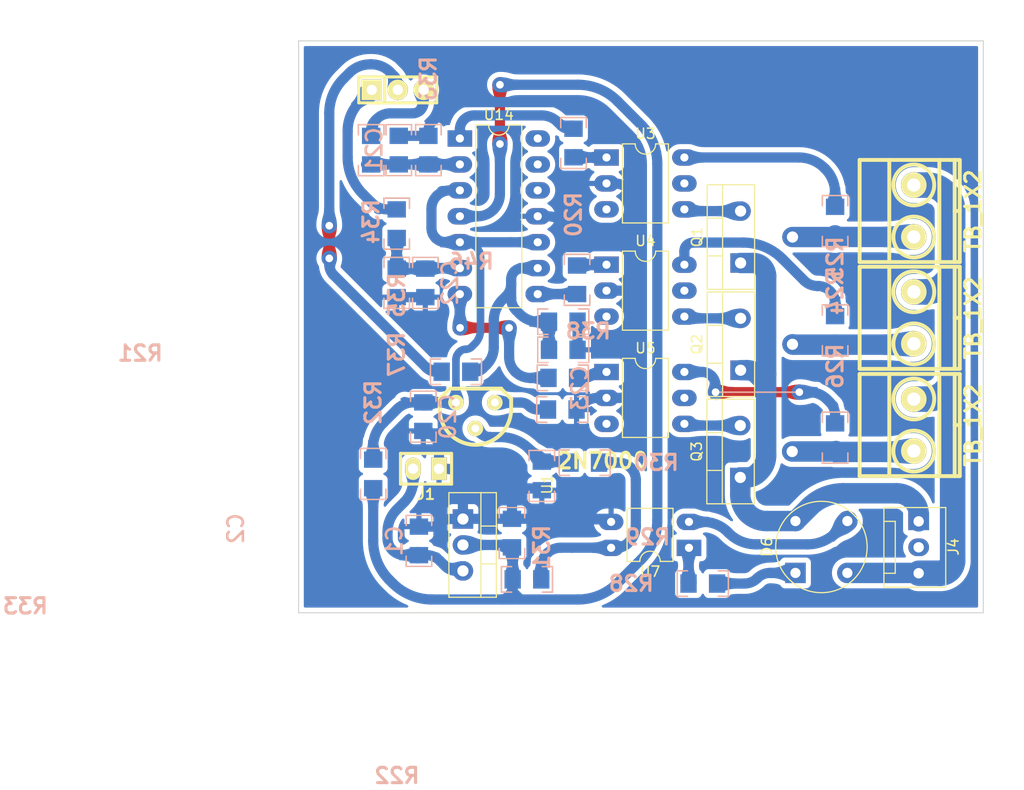
<source format=kicad_pcb>
(kicad_pcb (version 20211014) (generator pcbnew)
  (layers (0 "F.Cu" signal) (31 "B.Cu" signal) (34 "B.Paste" user) (35 "F.Paste" user) (36 "B.SilkS" user "B.Silkscreen") (37 "F.SilkS" user "F.Silkscreen") (38 "B.Mask" user) (39 "F.Mask" user) (44 "Edge.Cuts" user))
  (net 0 "")
  (net 1 "+12V")
  (net 2 "GND")
  (net 3 "+5V")
  (net 4 "/OUT")
  (net 5 "Net-(C21-Pad1)")
  (net 6 "Net-(C22-Pad1)")
  (net 7 "Net-(C23-Pad1)")
  (net 8 "AC")
  (net 9 "Earth")
  (net 10 "Net-(D6-Pad3)")
  (net 11 "Net-(D6-Pad1)")
  (net 12 "/Int3")
  (net 13 "/Int2")
  (net 14 "/Int1")
  (net 16 "Net-(Q1-Pad3)")
  (net 17 "Net-(Q2-Pad3)")
  (net 18 "Net-(Q3-Pad3)")
  (net 19 "Net-(Q5-Pad2)")
  (net 20 "Net-(Q5-Pad1)")
  (net 21 "/OUT_1")
  (net 22 "Net-(R20-Pad2)")
  (net 23 "Net-(R21-Pad1)")
  (net 24 "/OUT_2")
  (net 25 "Net-(R22-Pad1)")
  (net 26 "/OUT_3")
  (net 27 "Net-(R24-Pad1)")
  (net 28 "Net-(R25-Pad2)")
  (net 29 "Net-(R26-Pad2)")
  (net 30 "Net-(R28-Pad2)")
  (net 31 "Net-(R29-Pad2)")
  (net 38 "Net-(J3-Pad1)")
  (net 39 "Net-(J5-Pad1)")
  (net 40 "Net-(J6-Pad1)")
  (footprint "MacroLib:DIP-6" (layer "F.Cu") (at 150.13 89.42)
    (fp_text reference "U3")
    (fp_text value "MOC3020M")
  )
  (footprint "EESTN5:to92" (layer "F.Cu") (at 137.3 114.05 180)
    (fp_text reference "Q5" hide)
    (fp_text value "2N7000")
  )
  (footprint "EESTN5:Diode_Bridge_Round_D8.9mm" (layer "F.Cu") (at 171.16 127.56 90)
    (fp_text reference "D6")
    (fp_text value "D_Bridge_+A-A" hide)
  )
  (footprint "EESTN5:BORNERA2" (layer "F.Cu") (at 180.2 105.12 90)
    (fp_text reference "J5" hide)
    (fp_text value "TB_1X2")
  )
  (footprint "MacroLib:DIP-6" (layer "F.Cu") (at 150.13 110.42)
    (fp_text reference "U5")
    (fp_text value "MOC3020M")
  )
  (footprint "MacroLib:TO-220-3_Vertical_ac" (layer "F.Cu") (at 163.22 120.75 90)
    (fp_text reference "Q3")
    (fp_text value "BTA06-600C")
  )
  (footprint "MacroLib:FanPinHeader_1x03_P2.54mm_Vertical" (layer "F.Cu") (at 180.675 125.05 -90)
    (fp_text reference "J4")
    (fp_text value "Conn_01x03_Female")
  )
  (footprint "MacroLib:TO-220-3_Vertical_ac" (layer "F.Cu") (at 163.25 99.75 90)
    (fp_text reference "Q1")
    (fp_text value "BTA06-600C")
  )
  (footprint "EESTN5:BORNERA2" (layer "F.Cu") (at 180.2 115.62 90)
    (fp_text reference "J6" hide)
    (fp_text value "TB_1X2")
  )
  (footprint "MacroLib:DIP-4" (layer "F.Cu") (at 158.2 127.64 180)
    (fp_text reference "U7")
    (fp_text value "PC817")
  )
  (footprint "MacroLib:DIP-6" (layer "F.Cu") (at 150.13 99.92)
    (fp_text reference "U4")
    (fp_text value "MOC3020M")
  )
  (footprint "EESTN5:BORNERA2" (layer "F.Cu") (at 180.2 94.66 90)
    (fp_text reference "J3" hide)
    (fp_text value "TB_1X2")
  )
  (footprint "MacroLib:TO-220-3_Vertical" (layer "F.Cu") (at 136.08 124.82 -90)
    (fp_text reference "U1")
    (fp_text value "LM78XX")
  )
  (footprint "MacroLib:TO-220-3_Vertical_ac" (layer "F.Cu") (at 163.25 110.25 90)
    (fp_text reference "Q2")
    (fp_text value "BTA06-600C")
  )
  (footprint "EESTN5:Pin_Strip_3" (layer "F.Cu") (at 129.7 82.8)
    (fp_text reference "J2" hide)
    (fp_text value "Conn_01X03" hide)
  )
  (footprint "MacroLib:DIP-14" (layer "F.Cu") (at 135.78 87.56)
    (fp_text reference "U14")
    (fp_text value "LM324")
  )
  (footprint "EESTN5:Pin_strip_2" (layer "F.Cu") (at 132.47 119.9 180)
    (fp_text reference "J1")
    (fp_text value "Conn_01x02_Female" hide)
  )
  (footprint "EESTN5:R_1206" (layer "B.Cu") (at 147.25 101.397 90)
    (fp_text reference "R21")
    (fp_text value "220" hide)
  )
  (footprint "EESTN5:R_1206" (layer "B.Cu") (at 145.853 111)
    (fp_text reference "R22")
    (fp_text value "220" hide)
  )
  (footprint "EESTN5:R_1206" (layer "B.Cu") (at 159.553 131.14)
    (fp_text reference "R28")
    (fp_text value "33k" hide)
  )
  (footprint "EESTN5:R_1206" (layer "B.Cu") (at 129.6 95.9 90)
    (fp_text reference "R35")
    (fp_text value "10k" hide)
  )
  (footprint "EESTN5:R_1206" (layer "B.Cu") (at 172.5 95.647 90)
    (fp_text reference "R24")
    (fp_text value "180" hide)
  )
  (footprint "EESTN5:R_1206" (layer "B.Cu") (at 143.8 120.603 90)
    (fp_text reference "R31")
    (fp_text value "10k" hide)
  )
  (footprint "EESTN5:R_1206" (layer "B.Cu") (at 145.803 114.1 180)
    (fp_text reference "R33")
    (fp_text value "1k" hide)
  )
  (footprint "EESTN5:R_1206" (layer "B.Cu") (at 129.6 101.7 90)
    (fp_text reference "R37")
    (fp_text value "470k" hide)
  )
  (footprint "EESTN5:R_1206" (layer "B.Cu") (at 127.1 88.703 90)
    (fp_text reference "R34")
    (fp_text value "10k" hide)
  )
  (footprint "EESTN5:R_1206" (layer "B.Cu") (at 172.5 106.353 -90)
    (fp_text reference "R25")
    (fp_text value "180" hide)
  )
  (footprint "EESTN5:C_1206" (layer "B.Cu") (at 132.4 101.7 90)
    (fp_text reference "C22")
    (fp_text value "1uf" hide)
  )
  (footprint "EESTN5:R_1206" (layer "B.Cu") (at 146.9 88.003 90)
    (fp_text reference "R20")
    (fp_text value "220" hide)
  )
  (footprint "EESTN5:R_1206" (layer "B.Cu") (at 145.9 105.5 180)
    (fp_text reference "R46")
    (fp_text value "470k" hide)
  )
  (footprint "EESTN5:C_1206" (layer "B.Cu") (at 129.8 88.697 -90)
    (fp_text reference "C21")
    (fp_text value "1uf" hide)
  )
  (footprint "EESTN5:R_1206" (layer "B.Cu") (at 127.3 120.403 -90)
    (fp_text reference "R32")
    (fp_text value "100k" hide)
  )
  (footprint "EESTN5:R_1206" (layer "B.Cu") (at 142.345 130.73 180)
    (fp_text reference "R29")
    (fp_text value "1k" hide)
  )
  (footprint "EESTN5:R_1206" (layer "B.Cu") (at 135.397 110.4 180)
    (fp_text reference "R38")
    (fp_text value "10k" hide)
  )
  (footprint "EESTN5:C_1206" (layer "B.Cu") (at 145.9 108.25 180)
    (fp_text reference "C23")
    (fp_text value "1uf" hide)
  )
  (footprint "EESTN5:C_1206" (layer "B.Cu") (at 140.88 126.197 -90)
    (fp_text reference "C2")
    (fp_text value "100nf" hide)
  )
  (footprint "EESTN5:R_1206" (layer "B.Cu") (at 148 119.3 180)
    (fp_text reference "R30")
    (fp_text value "1k" hide)
  )
  (footprint "EESTN5:C_1206" (layer "B.Cu") (at 132.2 114.797 90)
    (fp_text reference "C20")
    (fp_text value "100nf" hide)
  )
  (footprint "EESTN5:R_1206" (layer "B.Cu") (at 172.5 116.853 -90)
    (fp_text reference "R26")
    (fp_text value "180" hide)
  )
  (footprint "EESTN5:C_1206" (layer "B.Cu") (at 131.775 126.963 -90)
    (fp_text reference "C1")
    (fp_text value "220nf" hide)
  )
  (footprint "EESTN5:R_1206" (layer "B.Cu") (at 132.7 88.7 -90)
    (fp_text reference "R36")
    (fp_text value "470k" hide)
  )
  (gr_line (start 160.8 112.4) (end 169 112.4) (layer "B.SilkS") (width 0.15))
  (gr_line (start 120 78) (end 120 134) (layer "Edge.Cuts") (width 0.1))
  (gr_line (start 120 134) (end 121 134) (layer "Edge.Cuts") (width 0.1))
  (gr_line (start 187 78) (end 121 78) (layer "Edge.Cuts") (width 0.1))
  (gr_line (start 121 78) (end 120 78) (layer "Edge.Cuts") (width 0.1))
  (gr_line (start 187 134) (end 187 78) (layer "Edge.Cuts") (width 0.1))
  (gr_line (start 121 134) (end 187 134) (layer "Edge.Cuts") (width 0.1))
  (segment (start 134.367754 129.452754) (end 133.80533 128.89033) (width 1) (layer "B.Cu") (net 1))
  (segment (start 131.2 121.1) (end 131.2 119.9) (width 1) (layer "B.Cu") (net 1))
  (segment (start 135.4475 129.9) (end 136.08 129.9) (width 1) (layer "B.Cu") (net 1))
  (segment (start 131.923492 128.36) (end 131.626507 128.36) (width 1) (layer "B.Cu") (net 1))
  (segment (start 130.351471 123.148527) (end 129.613935 123.886064) (width 1) (layer "B.Cu") (net 1))
  (segment (start 131.67 128.255) (end 131.565 128.15) (width 1) (layer "B.Cu") (net 1))
  (segment (start 130.364429 128.36) (end 131.626507 128.36) (width 1) (layer "B.Cu") (net 1))
  (segment (start 131.923492 128.36) (end 132.525 128.36) (width 1) (layer "B.Cu") (net 1))
  (segment (start 128.7 126.69557) (end 128.7 126.0925) (width 1) (layer "B.Cu") (net 1))
  (arc (start 131.2 121.1) (mid 130.979474 122.208655) (end 130.351471 123.148527) (width 1) (layer "B.Cu") (net 1))
  (arc (start 134.367754 129.452754) (mid 134.863145 129.783764) (end 135.4475 129.9) (width 1) (layer "B.Cu") (net 1))
  (arc (start 133.80533 128.89033) (mid 133.217909 128.497828) (end 132.525 128.36) (width 1) (layer "B.Cu") (net 1))
  (arc (start 129.613935 123.886064) (mid 128.937523 124.898385) (end 128.7 126.0925) (width 1) (layer "B.Cu") (net 1))
  (arc (start 131.626507 128.36) (mid 131.683332 128.32203) (end 131.67 128.255) (width 1) (layer "B.Cu") (net 1))
  (arc (start 131.67 128.255) (mid 131.786303 128.332711) (end 131.923492 128.36) (width 1) (layer "B.Cu") (net 1))
  (arc (start 129.1875 127.8725) (mid 129.727479 128.233302) (end 130.364429 128.36) (width 1) (layer "B.Cu") (net 1))
  (arc (start 128.7 126.69557) (mid 128.826697 127.33252) (end 129.1875 127.8725) (width 1) (layer "B.Cu") (net 1))
  (segment (start 129.8015 87.3015) (end 129.8 87.3) (width 1) (layer "B.Cu") (net 2))
  (segment (start 147.25 114.1) (end 147.2 114.1) (width 1) (layer "B.Cu") (net 2))
  (segment (start 136.626345 84) (end 146.146036 84) (width 1) (layer "B.Cu") (net 2))
  (segment (start 152.268614 92.518614) (end 152.355 92.605) (width 1) (layer "B.Cu") (net 2))
  (segment (start 136.08 124.805857) (end 136.08 121.572964) (width 1) (layer "B.Cu") (net 2))
  (segment (start 133.054614 85.945385) (end 133.85 85.15) (width 1) (layer "B.Cu") (net 2))
  (segment (start 151.406207 87.006207) (end 149.993792 85.593792) (width 1) (layer "B.Cu") (net 2))
  (segment (start 142.570035 121.83) (end 143.745 121.83) (width 1) (layer "B.Cu") (net 2))
  (segment (start 144.39 95.18) (end 143.4 95.18) (width 1) (layer "B.Cu") (net 2))
  (segment (start 153 101.247954) (end 153 98.575) (width 1) (layer "B.Cu") (net 2))
  (segment (start 133.041498 125.566) (end 131.806112 125.566) (width 1) (layer "B.Cu") (net 2))
  (segment (start 150.92 91.96) (end 150.13 91.96) (width 1) (layer "B.Cu") (net 2))
  (segment (start 153 92.337832) (end 153 94.162167) (width 1) (layer "B.Cu") (net 2))
  (segment (start 146.19 95.99) (end 146.080035 95.880035) (width 1) (layer "B.Cu") (net 2))
  (segment (start 133.74 119.22) (end 133.74 117.979633) (width 1) (layer "B.Cu") (net 2))
  (segment (start 136.07 124.81) (end 136.045 124.785) (width 1) (layer "B.Cu") (net 2))
  (segment (start 153 95.025) (end 153 98.575) (width 1) (layer "B.Cu") (net 2))
  (segment (start 151.225 96.8) (end 148.145512 96.8) (width 1) (layer "B.Cu") (net 2))
  (segment (start 136.065857 124.82) (end 134.842501 124.82) (width 1) (layer "B.Cu") (net 2))
  (segment (start 149.285 112.96) (end 149.246101 112.96) (width 1) (layer "B.Cu") (net 2))
  (segment (start 132.7 87.303) (end 129.805121 87.303) (width 1) (layer "B.Cu") (net 2))
  (segment (start 131.753 125.588) (end 131.731 125.61) (width 1) (layer "B.Cu") (net 2))
  (segment (start 153 92.337832) (end 153 90.853963) (width 1) (layer "B.Cu") (net 2))
  (segment (start 132.447 116.194) (end 132.2 116.194) (width 1) (layer "B.Cu") (net 2))
  (segment (start 147.869999 113.529999) (end 147.335355 114.064644) (width 1) (layer "B.Cu") (net 2))
  (segment (start 150.43 124.95) (end 150.58 125.1) (width 1) (layer "B.Cu") (net 2))
  (segment (start 153 101.247954) (end 153 102.252045) (width 1) (layer "B.Cu") (net 2))
  (segment (start 153 102.252045) (end 153 111.321177) (width 1) (layer "B.Cu") (net 2))
  (segment (start 151.787954 102.46) (end 150.13 102.46) (width 1) (layer "B.Cu") (net 2))
  (segment (start 129.6 103.097) (end 132.4 103.097) (width 1) (layer "B.Cu") (net 2))
  (segment (start 135.580832 120.380832) (end 135.59 120.39) (width 1) (layer "B.Cu") (net 2))
  (segment (start 147.297 108.25) (end 147.297 105.5) (width 1) (layer "B.Cu") (net 2))
  (segment (start 140.88 124.8) (end 150.067867 124.8) (width 1) (layer "B.Cu") (net 2))
  (segment (start 132.7 86.8015) (end 132.7 87.303) (width 1) (layer "B.Cu") (net 2))
  (segment (start 132.868655 116.368655) (end 133.217 116.717) (width 1) (layer "B.Cu") (net 2))
  (segment (start 140.88 124.8) (end 136.114142 124.8) (width 1) (layer "B.Cu") (net 2))
  (segment (start 151.361177 112.96) (end 150.975 112.96) (width 1) (layer "B.Cu") (net 2))
  (segment (start 140.88 123.520035) (end 140.88 124.8) (width 1) (layer "B.Cu") (net 2))
  (segment (start 153 95.025) (end 153 94.162167) (width 1) (layer "B.Cu") (net 2))
  (segment (start 150.975 112.96) (end 149.285 112.96) (width 1) (layer "B.Cu") (net 2))
  (arc (start 136.07 124.81) (mid 136.076383 124.811269) (end 136.08 124.805857) (width 1) (layer "B.Cu") (net 2))
  (arc (start 146.080035 95.880035) (mid 145.30464 95.361933) (end 144.39 95.18) (width 1) (layer "B.Cu") (net 2))
  (arc (start 133.217 116.717) (mid 133.604076 117.296301) (end 133.74 117.979633) (width 1) (layer "B.Cu") (net 2))
  (arc (start 133.942 125.193) (mid 133.528846 125.46906) (end 133.041498 125.566) (width 1) (layer "B.Cu") (net 2))
  (arc (start 136.08 124.805857) (mid 136.083616 124.811269) (end 136.09 124.81) (width 1) (layer "B.Cu") (net 2))
  (arc (start 149.246101 112.96) (mid 148.50136 113.108137) (end 147.869999 113.529999) (width 1) (layer "B.Cu") (net 2))
  (arc (start 152.645 102.105) (mid 152.251783 102.367738) (end 151.787954 102.46) (width 1) (layer "B.Cu") (net 2))
  (arc (start 152.268614 92.518614) (mid 151.649864 92.105179) (end 150.92 91.96) (width 1) (layer "B.Cu") (net 2))
  (arc (start 134.842501 124.82) (mid 134.355153 124.916939) (end 133.942 125.193) (width 1) (layer "B.Cu") (net 2))
  (arc (start 153 111.321177) (mid 152.875252 111.948327) (end 152.52 112.48) (width 1) (layer "B.Cu") (net 2))
  (arc (start 133.054614 85.945385) (mid 132.792161 86.338174) (end 132.7 86.8015) (width 1) (layer "B.Cu") (net 2))
  (arc (start 136.626345 84) (mid 135.123798 84.298875) (end 133.85 85.15) (width 1) (layer "B.Cu") (net 2))
  (arc (start 147.335355 114.064644) (mid 147.296193 114.090811) (end 147.25 114.1) (width 1) (layer "B.Cu") (net 2))
  (arc (start 142.570035 121.83) (mid 141.923286 121.958646) (end 141.375 122.325) (width 1) (layer "B.Cu") (net 2))
  (arc (start 133.74 119.22) (mid 133.939167 119.700832) (end 134.42 119.9) (width 1) (layer "B.Cu") (net 2))
  (arc (start 129.8015 87.3015) (mid 129.803161 87.30261) (end 129.805121 87.303) (width 1) (layer "B.Cu") (net 2))
  (arc (start 135.580832 120.380832) (mid 135.048237 120.024964) (end 134.42 119.9) (width 1) (layer "B.Cu") (net 2))
  (arc (start 146.19 95.99) (mid 147.087196 96.589487) (end 148.145512 96.8) (width 1) (layer "B.Cu") (net 2))
  (arc (start 136.09 124.81) (mid 136.078923 124.817401) (end 136.065857 124.82) (width 1) (layer "B.Cu") (net 2))
  (arc (start 152.645 102.105) (mid 152.907738 101.711783) (end 153 101.247954) (width 1) (layer "B.Cu") (net 2))
  (arc (start 150.43 124.95) (mid 150.263852 124.838983) (end 150.067867 124.8) (width 1) (layer "B.Cu") (net 2))
  (arc (start 153 98.575) (mid 152.480114 97.319885) (end 151.225 96.8) (width 1) (layer "B.Cu") (net 2))
  (arc (start 135.59 120.39) (mid 135.952653 120.932748) (end 136.08 121.572964) (width 1) (layer "B.Cu") (net 2))
  (arc (start 151.406207 87.006207) (mid 152.585786 88.771572) (end 153 90.853963) (width 1) (layer "B.Cu") (net 2))
  (arc (start 153 94.162167) (mid 152.832369 93.319434) (end 152.355 92.605) (width 1) (layer "B.Cu") (net 2))
  (arc (start 141.375 122.325) (mid 141.008646 122.873286) (end 140.88 123.520035) (width 1) (layer "B.Cu") (net 2))
  (arc (start 132.868655 116.368655) (mid 132.675198 116.239391) (end 132.447 116.194) (width 1) (layer "B.Cu") (net 2))
  (arc (start 149.993792 85.593792) (mid 148.228426 84.414213) (end 146.146036 84) (width 1) (layer "B.Cu") (net 2))
  (arc (start 131.806112 125.566) (mid 131.777368 125.571717) (end 131.753 125.588) (width 1) (layer "B.Cu") (net 2))
  (arc (start 136.065857 124.82) (mid 136.071269 124.816383) (end 136.07 124.81) (width 1) (layer "B.Cu") (net 2))
  (arc (start 136.114142 124.8) (mid 136.101076 124.802598) (end 136.09 124.81) (width 1) (layer "B.Cu") (net 2))
  (arc (start 153 102.252045) (mid 152.871626 102.05992) (end 152.645 102.105) (width 1) (layer "B.Cu") (net 2))
  (arc (start 152.355 92.605) (mid 152.766757 92.686903) (end 153 92.337832) (width 1) (layer "B.Cu") (net 2))
  (arc (start 151.225 96.8) (mid 152.480114 96.280114) (end 153 95.025) (width 1) (layer "B.Cu") (net 2))
  (arc (start 152.52 112.48) (mid 151.988327 112.835252) (end 151.361177 112.96) (width 1) (layer "B.Cu") (net 2))
  (segment (start 139.7 82.3) (end 139.7 88.1) (width 1) (layer "F.Cu") (net 3))
  (via (at 139.7 82.3) (size 1.5) (drill 0.75) (layers "F.Cu" "B.Cu") (net 3))
  (via (at 139.7 88.1) (size 1.5) (drill 0.75) (layers "F.Cu" "B.Cu") (net 3))
  (segment (start 140.948 131.341) (end 140.948 130.119) (width 1) (layer "B.Cu") (net 3))
  (segment (start 140.948 127.710083) (end 140.948 130.119) (width 1) (layer "B.Cu") (net 3))
  (segment (start 140.933941 132.7) (end 147.346036 132.7) (width 1) (layer "B.Cu") (net 3))
  (segment (start 140.846 127.56) (end 140.914 127.628) (width 1) (layer "B.Cu") (net 3))
  (segment (start 137.514903 95.18) (end 135.78 95.18) (width 1) (layer "B.Cu") (net 3))
  (segment (start 140.948 131.341) (end 140.948 131.423084) (width 1) (layer "B.Cu") (net 3))
  (segment (start 136.245462 127.36) (end 140.480537 127.36) (width 1) (layer "B.Cu") (net 3))
  (segment (start 139.7 82.3) (end 147.346036 82.3) (width 1) (layer "B.Cu") (net 3))
  (segment (start 136.197 127.477) (end 136.314 127.594) (width 1) (layer "B.Cu") (net 3))
  (segment (start 141.674 132.674) (end 140.926 131.926) (width 1) (layer "B.Cu") (net 3))
  (segment (start 128.893792 130.793792) (end 129.206207 131.106207) (width 1) (layer "B.Cu") (net 3))
  (segment (start 140.846 127.56) (end 140.763 127.477) (width 1) (layer "B.Cu") (net 3))
  (segment (start 140.447487 132.452512) (end 140.574 132.326) (width 1) (layer "B.Cu") (net 3))
  (segment (start 140.933941 132.7) (end 140.866058 132.7) (width 1) (layer "B.Cu") (net 3))
  (segment (start 140.948 132.618058) (end 140.948 131.341) (width 1) (layer "B.Cu") (net 3))
  (segment (start 140.948 130.119) (end 140.948 131.341) (width 1) (layer "B.Cu") (net 3))
  (segment (start 153.506207 128.793792) (end 151.193792 131.106207) (width 1) (layer "B.Cu") (net 3))
  (segment (start 153.506207 86.206207) (end 151.193792 83.893792) (width 1) (layer "B.Cu") (net 3))
  (segment (start 127.3 126.946036) (end 127.3 121.8) (width 1) (layer "B.Cu") (net 3))
  (segment (start 140.866058 132.7) (end 140.55 132.7) (width 1) (layer "B.Cu") (net 3))
  (segment (start 139.7 88.1) (end 139.7 92.994903) (width 1) (layer "B.Cu") (net 3))
  (segment (start 140.55 132.7) (end 139.85 132.7) (width 1) (layer "B.Cu") (net 3))
  (segment (start 133.053963 132.7) (end 139.85 132.7) (width 1) (layer "B.Cu") (net 3))
  (segment (start 155.1 124.946036) (end 155.1 90.053963) (width 1) (layer "B.Cu") (net 3))
  (arc (start 139.06 94.54) (mid 138.351103 95.013669) (end 137.514903 95.18) (width 1) (layer "B.Cu") (net 3))
  (arc (start 127.3 126.946036) (mid 127.714213 129.028426) (end 128.893792 130.793792) (width 1) (layer "B.Cu") (net 3))
  (arc (start 140.924 132.676) (mid 140.920952 132.691321) (end 140.933941 132.7) (width 1) (layer "B.Cu") (net 3))
  (arc (start 140.948 132.618058) (mid 140.941762 132.649416) (end 140.924 132.676) (width 1) (layer "B.Cu") (net 3))
  (arc (start 151.193792 83.893792) (mid 149.428426 82.714213) (end 147.346036 82.3) (width 1) (layer "B.Cu") (net 3))
  (arc (start 140.948 131.341) (mid 140.948 131.341) (end 140.948 131.341) (width 1) (layer "B.Cu") (net 3))
  (arc (start 139.85 132.7) (mid 140.173357 132.635679) (end 140.447487 132.452512) (width 1) (layer "B.Cu") (net 3))
  (arc (start 129.206207 131.106207) (mid 130.971572 132.285786) (end 133.053963 132.7) (width 1) (layer "B.Cu") (net 3))
  (arc (start 140.447487 132.452512) (mid 140.41606 132.610504) (end 140.55 132.7) (width 1) (layer "B.Cu") (net 3))
  (arc (start 155.1 124.946036) (mid 154.685786 127.028426) (end 153.506207 128.793792) (width 1) (layer "B.Cu") (net 3))
  (arc (start 140.866058 132.7) (mid 140.897416 132.693762) (end 140.924 132.676) (width 1) (layer "B.Cu") (net 3))
  (arc (start 140.914 127.628) (mid 140.939163 127.66566) (end 140.948 127.710083) (width 1) (layer "B.Cu") (net 3))
  (arc (start 140.948 131.423084) (mid 140.8508 131.911738) (end 140.574 132.326) (width 1) (layer "B.Cu") (net 3))
  (arc (start 151.193792 131.106207) (mid 149.428426 132.285786) (end 147.346036 132.7) (width 1) (layer "B.Cu") (net 3))
  (arc (start 140.763 127.477) (mid 140.633404 127.390407) (end 140.480537 127.36) (width 1) (layer "B.Cu") (net 3))
  (arc (start 136.245462 127.36) (mid 136.182142 127.402309) (end 136.197 127.477) (width 1) (layer "B.Cu") (net 3))
  (arc (start 153.506207 86.206207) (mid 154.685786 87.971572) (end 155.1 90.053963) (width 1) (layer "B.Cu") (net 3))
  (arc (start 139.7 92.994903) (mid 139.533669 93.831103) (end 139.06 94.54) (width 1) (layer "B.Cu") (net 3))
  (segment (start 142.51 97.72) (end 143.4 97.72) (width 1) (layer "B.Cu") (net 4))
  (segment (start 135.21 97.72) (end 134.399827 97.72) (width 1) (layer "B.Cu") (net 4))
  (segment (start 131.25 113.4) (end 132.2 113.4) (width 1) (layer "B.Cu") (net 4))
  (segment (start 142.51 97.72) (end 140.73 97.72) (width 1) (layer "B.Cu") (net 4))
  (segment (start 133 94.449533) (end 133 96.320172) (width 1) (layer "B.Cu") (net 4))
  (segment (start 135.395 109.232799) (end 135.395 113.404393) (width 0.75) (layer "B.Cu") (net 4))
  (segment (start 136.35 97.72) (end 140.73 97.72) (width 1) (layer "B.Cu") (net 4))
  (segment (start 132.2 113.4) (end 135.369393 113.4) (width 1) (layer "B.Cu") (net 4))
  (segment (start 135.697499 108.502499) (end 135.752512 108.447487) (width 0.75) (layer "B.Cu") (net 4))
  (segment (start 135.21 97.72) (end 136.35 97.72) (width 1) (layer "B.Cu") (net 4))
  (segment (start 136.35 97.72) (end 135.21 97.72) (width 1) (layer "B.Cu") (net 4))
  (segment (start 137.32305 98.12305) (end 137.36 98.16) (width 0.75) (layer "B.Cu") (net 4))
  (segment (start 127.3 117.703) (end 127.3 119.006) (width 1) (layer "B.Cu") (net 4))
  (segment (start 137.8 106.322182) (end 137.8 99.222253) (width 0.75) (layer "B.Cu") (net 4))
  (segment (start 128.221359 115.478639) (end 129.628248 114.071751) (width 1) (layer "B.Cu") (net 4))
  (segment (start 134.809533 92.64) (end 135.78 92.64) (width 1) (layer "B.Cu") (net 4))
  (segment (start 137.249999 107.649999) (end 136.947487 107.952512) (width 0.75) (layer "B.Cu") (net 4))
  (arc (start 137.36 98.16) (mid 137.685647 98.647366) (end 137.8 99.222253) (width 0.75) (layer "B.Cu") (net 4))
  (arc (start 133.53 93.17) (mid 133.137742 93.757054) (end 133 94.449533) (width 1) (layer "B.Cu") (net 4))
  (arc (start 135.3875 113.4075) (mid 135.379192 113.401949) (end 135.369393 113.4) (width 1) (layer "B.Cu") (net 4))
  (arc (start 136.35 97.72) (mid 136.35 97.72) (end 136.35 97.72) (width 0.75) (layer "B.Cu") (net 4))
  (arc (start 128.221359 115.478639) (mid 127.539453 116.499184) (end 127.3 117.703) (width 1) (layer "B.Cu") (net 4))
  (arc (start 136.947487 107.952512) (mid 136.673357 108.135679) (end 136.35 108.2) (width 0.75) (layer "B.Cu") (net 4))
  (arc (start 136.35 108.2) (mid 136.026642 108.264319) (end 135.752512 108.447487) (width 0.75) (layer "B.Cu") (net 4))
  (arc (start 137.32305 98.12305) (mid 136.876611 97.824749) (end 136.35 97.72) (width 0.75) (layer "B.Cu") (net 4))
  (arc (start 135.697499 108.502499) (mid 135.473616 108.837563) (end 135.395 109.232799) (width 0.75) (layer "B.Cu") (net 4))
  (arc (start 133 96.320172) (mid 133.106555 96.855863) (end 133.41 97.31) (width 1) (layer "B.Cu") (net 4))
  (arc (start 137.8 106.322182) (mid 137.657059 107.040791) (end 137.249999 107.649999) (width 0.75) (layer "B.Cu") (net 4))
  (arc (start 133.41 97.31) (mid 133.864136 97.613444) (end 134.399827 97.72) (width 1) (layer "B.Cu") (net 4))
  (arc (start 135.3875 113.4075) (mid 135.392287 113.408452) (end 135.395 113.404393) (width 1) (layer "B.Cu") (net 4))
  (arc (start 134.809533 92.64) (mid 134.117054 92.777742) (end 133.53 93.17) (width 1) (layer "B.Cu") (net 4))
  (arc (start 131.25 113.4) (mid 130.372314 113.574582) (end 129.628248 114.071751) (width 1) (layer "B.Cu") (net 4))
  (segment (start 132.694878 90.1) (end 127.1 90.1) (width 1) (layer "B.Cu") (net 5))
  (segment (start 135.78 90.1) (end 132.703 90.1) (width 1) (layer "B.Cu") (net 5))
  (segment (start 132.6985 90.0985) (end 132.7 90.097) (width 1) (layer "B.Cu") (net 5))
  (segment (start 126.603 90.094) (end 126.597 90.1) (width 1) (layer "B.Cu") (net 5))
  (arc (start 132.6985 90.0985) (mid 132.696838 90.09961) (end 132.694878 90.1) (width 1) (layer "B.Cu") (net 5))
  (segment (start 129.6 100.303) (end 132.369594 100.303) (width 1) (layer "B.Cu") (net 6))
  (segment (start 129.6 100.303) (end 129.6 97.297) (width 1) (layer "B.Cu") (net 6))
  (segment (start 132.473405 100.26) (end 135.78 100.26) (width 1) (layer "B.Cu") (net 6))
  (arc (start 132.4215 100.2815) (mid 132.397685 100.297412) (end 132.369594 100.303) (width 1) (layer "B.Cu") (net 6))
  (arc (start 132.473405 100.26) (mid 132.445314 100.265587) (end 132.4215 100.2815) (width 1) (layer "B.Cu") (net 6))
  (segment (start 139.949999 103.349999) (end 140.305025 102.994974) (width 1) (layer "B.Cu") (net 7))
  (segment (start 141.892548 100.26) (end 143.4 100.26) (width 1) (layer "B.Cu") (net 7))
  (segment (start 144.503 105.5) (end 144.503 108.25) (width 1) (layer "B.Cu") (net 7))
  (segment (start 143.4515 105.5) (end 144.503 105.5) (width 1) (layer "B.Cu") (net 7))
  (segment (start 140.8 101.352548) (end 140.8 101.8) (width 1) (layer "B.Cu") (net 7))
  (segment (start 139.1 108.01005) (end 139.1 105.402081) (width 1) (layer "B.Cu") (net 7))
  (segment (start 138.399999 109.699999) (end 138.020319 110.07968) (width 1) (layer "B.Cu") (net 7))
  (segment (start 141.656477 104.756477) (end 141.294974 104.394974) (width 1) (layer "B.Cu") (net 7))
  (segment (start 140.8 101.8) (end 140.8 103.2) (width 1) (layer "B.Cu") (net 7))
  (segment (start 137.247 110.4) (end 136.794 110.4) (width 1) (layer "B.Cu") (net 7))
  (arc (start 139.1 108.01005) (mid 138.918075 108.924644) (end 138.399999 109.699999) (width 1) (layer "B.Cu") (net 7))
  (arc (start 141.892548 100.26) (mid 141.474448 100.343165) (end 141.12 100.58) (width 1) (layer "B.Cu") (net 7))
  (arc (start 140.305025 102.994974) (mid 140.67136 102.446715) (end 140.8 101.8) (width 1) (layer "B.Cu") (net 7))
  (arc (start 141.656477 104.756477) (mid 142.48004 105.306764) (end 143.4515 105.5) (width 1) (layer "B.Cu") (net 7))
  (arc (start 139.949999 103.349999) (mid 139.320907 104.291502) (end 139.1 105.402081) (width 1) (layer "B.Cu") (net 7))
  (arc (start 138.020319 110.07968) (mid 137.665517 110.316751) (end 137.247 110.4) (width 1) (layer "B.Cu") (net 7))
  (arc (start 141.12 100.58) (mid 140.883165 100.934448) (end 140.8 101.352548) (width 1) (layer "B.Cu") (net 7))
  (arc (start 140.8 103.2) (mid 140.928639 103.846715) (end 141.294974 104.394974) (width 1) (layer "B.Cu") (net 7))
  (arc (start 140.8 103.2) (mid 140.621009 102.932121) (end 140.305025 102.994974) (width 1) (layer "B.Cu") (net 7))
  (segment (start 163.875 110.25) (end 163.25 110.25) (width 2) (layer "B.Cu") (net 8))
  (segment (start 165.75 101.03033) (end 165.75 110.616116) (width 2) (layer "B.Cu") (net 8))
  (segment (start 164.952548 120.297451) (end 165.125 120.125) (width 2) (layer "B.Cu") (net 8))
  (segment (start 163.22 122.459339) (end 163.22 120.75) (width 2) (layer "B.Cu") (net 8))
  (segment (start 165.125 110.875) (end 164.941941 110.691941) (width 2) (layer "B.Cu") (net 8))
  (segment (start 169.98 123.66) (end 168.62 125.02) (width 2) (layer "B.Cu") (net 8))
  (segment (start 165.75 118.616116) (end 165.75 112.383883) (width 2) (layer "B.Cu") (net 8))
  (segment (start 180.675 124.3125) (end 180.675 125.05) (width 2) (layer "B.Cu") (net 8))
  (segment (start 165.78066 125.02) (end 168.62 125.02) (width 2) (layer "B.Cu") (net 8))
  (segment (start 164.469669 99.75) (end 163.25 99.75) (width 2) (layer "B.Cu") (net 8))
  (segment (start 180.0375 122.9375) (end 180.153508 123.053508) (width 2) (layer "B.Cu") (net 8))
  (segment (start 163.86 120.75) (end 163.22 120.75) (width 2) (layer "B.Cu") (net 8))
  (segment (start 173.26333 122.3) (end 178.498438 122.3) (width 2) (layer "B.Cu") (net 8))
  (segment (start 165.75 110.616116) (end 165.75 112.383883) (width 2) (layer "B.Cu") (net 8))
  (arc (start 164.952548 120.297451) (mid 164.451282 120.632386) (end 163.86 120.75) (width 2) (layer "B.Cu") (net 8))
  (arc (start 165.75 118.616116) (mid 165.587567 119.432718) (end 165.125 120.125) (width 2) (layer "B.Cu") (net 8))
  (arc (start 163.22 122.459339) (mid 163.414918 123.439261) (end 163.97 124.27) (width 2) (layer "B.Cu") (net 8))
  (arc (start 165.375 100.125) (mid 164.95963 99.847459) (end 164.469669 99.75) (width 2) (layer "B.Cu") (net 8))
  (arc (start 165.375 100.125) (mid 165.65254 100.540368) (end 165.75 101.03033) (width 2) (layer "B.Cu") (net 8))
  (arc (start 180.0375 122.9375) (mid 179.331372 122.46568) (end 178.498438 122.3) (width 2) (layer "B.Cu") (net 8))
  (arc (start 165.75 112.383883) (mid 165.587567 111.567281) (end 165.125 110.875) (width 2) (layer "B.Cu") (net 8))
  (arc (start 165.125 110.875) (mid 165.52399 110.954363) (end 165.75 110.616116) (width 2) (layer "B.Cu") (net 8))
  (arc (start 180.153508 123.053508) (mid 180.539468 123.631138) (end 180.675 124.3125) (width 2) (layer "B.Cu") (net 8))
  (arc (start 173.26333 122.3) (mid 171.486404 122.653452) (end 169.98 123.66) (width 2) (layer "B.Cu") (net 8))
  (arc (start 164.941941 110.691941) (mid 164.452424 110.364856) (end 163.875 110.25) (width 2) (layer "B.Cu") (net 8))
  (arc (start 163.97 124.27) (mid 164.800737 124.825081) (end 165.78066 125.02) (width 2) (layer "B.Cu") (net 8))
  (segment (start 181.31 102.58) (end 180.2 102.58) (width 2.5) (layer "B.Cu") (net 9))
  (segment (start 184 94.646518) (end 184 99.882771) (width 2.5) (layer "B.Cu") (net 9))
  (segment (start 180.623786 130.1) (end 173.7 130.1) (width 2) (layer "B.Cu") (net 9))
  (segment (start 181.473481 113.08) (end 180.2 113.08) (width 2.5) (layer "B.Cu") (net 9))
  (segment (start 184 110.553481) (end 184 102.117228) (width 2.5) (layer "B.Cu") (net 9))
  (segment (start 184 110.553481) (end 184 112.646518) (width 2.5) (layer "B.Cu") (net 9))
  (segment (start 180.696213 130.13) (end 182.753812 130.13) (width 2.5) (layer "B.Cu") (net 9))
  (segment (start 183.204888 101.795111) (end 183.21 101.79) (width 2.5) (layer "B.Cu") (net 9))
  (segment (start 184 128.883812) (end 184 112.646518) (width 2.5) (layer "B.Cu") (net 9))
  (segment (start 184 99.882771) (end 184 102.117228) (width 2.5) (layer "B.Cu") (net 9))
  (segment (start 181.473481 92.12) (end 180.2 92.12) (width 2.5) (layer "B.Cu") (net 9))
  (arc (start 183.26 112.34) (mid 182.440338 112.88768) (end 181.473481 113.08) (width 2.5) (layer "B.Cu") (net 9))
  (arc (start 184 128.883812) (mid 183.905139 129.360707) (end 183.635 129.765) (width 2.5) (layer "B.Cu") (net 9))
  (arc (start 183.26 92.86) (mid 183.80768 93.679661) (end 184 94.646518) (width 2.5) (layer "B.Cu") (net 9))
  (arc (start 184 102.117228) (mid 183.714323 101.689683) (end 183.21 101.79) (width 2.5) (layer "B.Cu") (net 9))
  (arc (start 183.26 92.86) (mid 182.440338 92.312319) (end 181.473481 92.12) (width 2.5) (layer "B.Cu") (net 9))
  (arc (start 183.21 101.79) (mid 183.794685 100.914955) (end 184 99.882771) (width 2.5) (layer "B.Cu") (net 9))
  (arc (start 183.204888 101.795111) (mid 182.335506 102.376013) (end 181.31 102.58) (width 2.5) (layer "B.Cu") (net 9))
  (arc (start 183.26 112.34) (mid 183.80768 111.520338) (end 184 110.553481) (width 2.5) (layer "B.Cu") (net 9))
  (arc (start 183.635 129.765) (mid 183.230707 130.035139) (end 182.753812 130.13) (width 2.5) (layer "B.Cu") (net 9))
  (arc (start 180.66 130.115) (mid 180.676614 130.126101) (end 180.696213 130.13) (width 2) (layer "B.Cu") (net 9))
  (arc (start 184 112.646518) (mid 183.732404 112.246032) (end 183.26 112.34) (width 2.5) (layer "B.Cu") (net 9))
  (arc (start 180.66 130.115) (mid 180.643385 130.103898) (end 180.623786 130.1) (width 2) (layer "B.Cu") (net 9))
  (segment (start 159.6 125.1) (end 158.2 125.1) (width 1) (layer "B.Cu") (net 10))
  (segment (start 172.56 126.16) (end 173.7 125.02) (width 1) (layer "B.Cu") (net 10))
  (segment (start 161.989949 126.089949) (end 162.1 126.2) (width 1) (layer "B.Cu") (net 10))
  (segment (start 169.807796 127.3) (end 164.755634 127.3) (width 1) (layer "B.Cu") (net 10))
  (arc (start 161.989949 126.089949) (mid 160.893431 125.357279) (end 159.6 125.1) (width 1) (layer "B.Cu") (net 10))
  (arc (start 172.56 126.16) (mid 171.297278 127.003723) (end 169.807796 127.3) (width 1) (layer "B.Cu") (net 10))
  (arc (start 162.1 126.2) (mid 163.318415 127.014119) (end 164.755634 127.3) (width 1) (layer "B.Cu") (net 10))
  (segment (start 163.624608 131.14) (end 160.95 131.14) (width 1) (layer "B.Cu") (net 11))
  (segment (start 166.135391 130.1) (end 168.62 130.1) (width 1) (layer "B.Cu") (net 11))
  (arc (start 164.88 130.62) (mid 164.304021 131.004856) (end 163.624608 131.14) (width 1) (layer "B.Cu") (net 11))
  (arc (start 166.135391 130.1) (mid 165.455978 130.235143) (end 164.88 130.62) (width 1) (layer "B.Cu") (net 11))
  (segment (start 124.8 86.828772) (end 124.8 89.376558) (width 1) (layer "B.Cu") (net 12))
  (segment (start 128.7015 94.503) (end 129.6 94.503) (width 1) (layer "B.Cu") (net 12))
  (segment (start 125.98 83.98) (end 127.16 82.8) (width 1) (layer "B.Cu") (net 12))
  (segment (start 126.3015 93.0015) (end 127.167664 93.867664) (width 1) (layer "B.Cu") (net 12))
  (arc (start 124.8 89.376558) (mid 125.190227 91.338362) (end 126.3015 93.0015) (width 1) (layer "B.Cu") (net 12))
  (arc (start 125.98 83.98) (mid 125.106672 85.287027) (end 124.8 86.828772) (width 1) (layer "B.Cu") (net 12))
  (arc (start 127.167664 93.867664) (mid 127.871394 94.337881) (end 128.7015 94.503) (width 1) (layer "B.Cu") (net 12))
  (segment (start 123 99.3) (end 123 96.1) (width 1) (layer "F.Cu") (net 13))
  (via (at 123 96.1) (size 1.5) (drill 0.75) (layers "F.Cu" "B.Cu") (net 13))
  (via (at 123 99.3) (size 1.5) (drill 0.75) (layers "F.Cu" "B.Cu") (net 13))
  (segment (start 124.951471 81.148528) (end 124.4 81.7) (width 1) (layer "B.Cu") (net 13))
  (segment (start 123 96.1) (end 123 85.079898) (width 1) (layer "B.Cu") (net 13))
  (segment (start 129.7 82.3) (end 129.7 82.8) (width 1) (layer "B.Cu") (net 13))
  (segment (start 132.511091 110.011091) (end 123.424264 100.924264) (width 1) (layer "B.Cu") (net 13))
  (segment (start 128.95 81.05) (end 129.346446 81.446446) (width 1) (layer "B.Cu") (net 13))
  (segment (start 123 99.3) (end 123 99.9) (width 1) (layer "B.Cu") (net 13))
  (segment (start 133.45 110.4) (end 134 110.4) (width 1) (layer "B.Cu") (net 13))
  (segment (start 127.139339 80.3) (end 127 80.3) (width 1) (layer "B.Cu") (net 13))
  (arc (start 128.95 81.05) (mid 128.119261 80.494918) (end 127.139339 80.3) (width 1) (layer "B.Cu") (net 13))
  (arc (start 129.346446 81.446446) (mid 129.608114 81.83806) (end 129.7 82.3) (width 1) (layer "B.Cu") (net 13))
  (arc (start 124.4 81.7) (mid 123.363848 83.25071) (end 123 85.079898) (width 1) (layer "B.Cu") (net 13))
  (arc (start 132.511091 110.011091) (mid 132.941866 110.298925) (end 133.45 110.4) (width 1) (layer "B.Cu") (net 13))
  (arc (start 123 99.9) (mid 123.110262 100.454327) (end 123.424264 100.924264) (width 1) (layer "B.Cu") (net 13))
  (arc (start 127 80.3) (mid 125.891344 80.520525) (end 124.951471 81.148528) (width 1) (layer "B.Cu") (net 13))
  (segment (start 132.24 84.007451) (end 132.24 82.8) (width 1) (layer "B.Cu") (net 14))
  (segment (start 127.1 86.753) (end 127.1 87.306) (width 1) (layer "B.Cu") (net 14))
  (segment (start 127.49103 85.808969) (end 127.65 85.65) (width 1) (layer "B.Cu") (net 14))
  (segment (start 128.977817 85.1) (end 131.147451 85.1) (width 1) (layer "B.Cu") (net 14))
  (arc (start 131.92 84.78) (mid 131.565551 85.016834) (end 131.147451 85.1) (width 1) (layer "B.Cu") (net 14))
  (arc (start 128.977817 85.1) (mid 128.259207 85.24294) (end 127.65 85.65) (width 1) (layer "B.Cu") (net 14))
  (arc (start 132.24 84.007451) (mid 132.156834 84.425551) (end 131.92 84.78) (width 1) (layer "B.Cu") (net 14))
  (arc (start 127.49103 85.808969) (mid 127.201625 86.242094) (end 127.1 86.753) (width 1) (layer "B.Cu") (net 14))
  (segment (start 158.040208 94.67) (end 163.25 94.67) (width 1) (layer "B.Cu") (net 16))
  (segment (start 157.965 94.67) (end 157.795 94.5) (width 1) (layer "B.Cu") (net 16))
  (segment (start 157.835 94.585) (end 157.75 94.5) (width 1) (layer "B.Cu") (net 16))
  (arc (start 157.835 94.585) (mid 157.92915 94.647909) (end 158.040208 94.67) (width 1) (layer "B.Cu") (net 16))
  (segment (start 158.17 105.17) (end 158 105) (width 1) (layer "B.Cu") (net 17))
  (segment (start 158.040208 105.17) (end 163.25 105.17) (width 1) (layer "B.Cu") (net 17))
  (segment (start 157.835 105.085) (end 157.75 105) (width 1) (layer "B.Cu") (net 17))
  (arc (start 157.835 105.085) (mid 157.92915 105.147909) (end 158.040208 105.17) (width 1) (layer "B.Cu") (net 17))
  (segment (start 158.040208 115.67) (end 163.22 115.67) (width 1) (layer "B.Cu") (net 18))
  (segment (start 157.835 115.585) (end 157.75 115.5) (width 1) (layer "B.Cu") (net 18))
  (arc (start 157.835 115.585) (mid 157.92915 115.647909) (end 158.040208 115.67) (width 1) (layer "B.Cu") (net 18))
  (segment (start 143.797878 119.197878) (end 142.550816 117.950816) (width 1) (layer "B.Cu") (net 19))
  (segment (start 143.802121 119.203878) (end 143.803 119.203) (width 1) (layer "B.Cu") (net 19))
  (segment (start 143.810242 119.2) (end 146.6 119.2) (width 1) (layer "B.Cu") (net 19))
  (segment (start 138.742505 116.8) (end 139.7725 116.8) (width 1) (layer "B.Cu") (net 19))
  (segment (start 137.7225 116.3775) (end 137.3 115.955) (width 1) (layer "B.Cu") (net 19))
  (arc (start 143.8 119.203) (mid 143.800766 119.204147) (end 143.802121 119.203878) (width 1) (layer "B.Cu") (net 19))
  (arc (start 137.7225 116.3775) (mid 138.190482 116.690195) (end 138.742505 116.8) (width 1) (layer "B.Cu") (net 19))
  (arc (start 143.797878 119.197878) (mid 143.799448 119.200228) (end 143.8 119.203) (width 1) (layer "B.Cu") (net 19))
  (arc (start 143.810242 119.2) (mid 143.806322 119.200779) (end 143.803 119.203) (width 1) (layer "B.Cu") (net 19))
  (arc (start 142.550816 117.950816) (mid 141.276113 117.099087) (end 139.7725 116.8) (width 1) (layer "B.Cu") (net 19))
  (segment (start 143.384368 114.1) (end 144.406 114.1) (width 1) (layer "B.Cu") (net 20))
  (segment (start 141.730631 113.415) (end 139.205 113.415) (width 1) (layer "B.Cu") (net 20))
  (arc (start 142.5575 113.7575) (mid 142.93687 114.010987) (end 143.384368 114.1) (width 1) (layer "B.Cu") (net 20))
  (arc (start 142.5575 113.7575) (mid 142.178129 113.504012) (end 141.730631 113.415) (width 1) (layer "B.Cu") (net 20))
  (segment (start 146.453 86.606) (end 146.9 86.606) (width 1) (layer "B.Cu") (net 21))
  (segment (start 145.353 85.953) (end 145.689923 86.289923) (width 1) (layer "B.Cu") (net 21))
  (segment (start 135.79 87.55) (end 135.8 87.54) (width 1) (layer "B.Cu") (net 21))
  (segment (start 135.78 86.699827) (end 135.78 87.545857) (width 1) (layer "B.Cu") (net 21))
  (segment (start 143.776518 85.3) (end 137.179827 85.3) (width 1) (layer "B.Cu") (net 21))
  (arc (start 145.689923 86.289923) (mid 146.040025 86.523854) (end 146.453 86.606) (width 1) (layer "B.Cu") (net 21))
  (arc (start 137.179827 85.3) (mid 136.644136 85.406555) (end 136.19 85.71) (width 1) (layer "B.Cu") (net 21))
  (arc (start 145.353 85.953) (mid 144.629704 85.469709) (end 143.776518 85.3) (width 1) (layer "B.Cu") (net 21))
  (arc (start 136.19 85.71) (mid 135.886555 86.164136) (end 135.78 86.699827) (width 1) (layer "B.Cu") (net 21))
  (arc (start 135.78 87.545857) (mid 135.783616 87.551269) (end 135.79 87.55) (width 1) (layer "B.Cu") (net 21))
  (segment (start 146.91 89.41) (end 146.9 89.4) (width 1) (layer "B.Cu") (net 22))
  (segment (start 146.934142 89.42) (end 150.13 89.42) (width 1) (layer "B.Cu") (net 22))
  (arc (start 146.91 89.41) (mid 146.921076 89.417401) (end 146.934142 89.42) (width 1) (layer "B.Cu") (net 22))
  (segment (start 147.386568 99.92) (end 150.13 99.92) (width 1) (layer "B.Cu") (net 23))
  (segment (start 147.29 99.96) (end 147.25 100) (width 1) (layer "B.Cu") (net 23))
  (arc (start 147.386568 99.92) (mid 147.334305 99.930395) (end 147.29 99.96) (width 1) (layer "B.Cu") (net 23))
  (segment (start 143.410242 102.794) (end 147.25 102.794) (width 1) (layer "B.Cu") (net 24))
  (segment (start 143.403 102.797) (end 143.4 102.8) (width 1) (layer "B.Cu") (net 24))
  (arc (start 143.410242 102.794) (mid 143.406322 102.794779) (end 143.403 102.797) (width 1) (layer "B.Cu") (net 24))
  (segment (start 149.390121 110.42) (end 150.13 110.42) (width 1) (layer "B.Cu") (net 25))
  (segment (start 147.989878 111) (end 147.25 111) (width 1) (layer "B.Cu") (net 25))
  (segment (start 150.171 110.721) (end 150.175 110.725) (width 1) (layer "B.Cu") (net 25))
  (arc (start 148.69 110.71) (mid 148.368781 110.924631) (end 147.989878 111) (width 1) (layer "B.Cu") (net 25))
  (arc (start 149.390121 110.42) (mid 149.011218 110.495368) (end 148.69 110.71) (width 1) (layer "B.Cu") (net 25))
  (segment (start 135.8 106.1) (end 140.6 106.1) (width 1) (layer "F.Cu") (net 26))
  (via (at 135.8 106.1) (size 1.5) (drill 0.75) (layers "F.Cu" "B.Cu") (net 26))
  (via (at 140.6 106.1) (size 1.5) (drill 0.75) (layers "F.Cu" "B.Cu") (net 26))
  (segment (start 135.79 106.09) (end 135.8 106.1) (width 1) (layer "B.Cu") (net 26))
  (segment (start 135.78 106.065857) (end 135.78 102.8) (width 1) (layer "B.Cu") (net 26))
  (segment (start 140.6 108.951471) (end 140.6 106.1) (width 1) (layer "B.Cu") (net 26))
  (segment (start 142.648528 111) (end 144.456 111) (width 1) (layer "B.Cu") (net 26))
  (arc (start 135.78 106.065857) (mid 135.782598 106.078923) (end 135.79 106.09) (width 1) (layer "B.Cu") (net 26))
  (arc (start 141.2 110.4) (mid 141.86459 110.844065) (end 142.648528 111) (width 1) (layer "B.Cu") (net 26))
  (arc (start 140.6 108.951471) (mid 140.755934 109.735409) (end 141.2 110.4) (width 1) (layer "B.Cu") (net 26))
  (segment (start 172.5 92.875) (end 172.5 94.25) (width 1) (layer "B.Cu") (net 27))
  (segment (start 168.949217 89.42) (end 157.75 89.42) (width 1) (layer "B.Cu") (net 27))
  (segment (start 171.46 90.46) (end 171.527728 90.527728) (width 1) (layer "B.Cu") (net 27))
  (arc (start 171.527728 90.527728) (mid 172.247314 91.604665) (end 172.5 92.875) (width 1) (layer "B.Cu") (net 27))
  (arc (start 171.46 90.46) (mid 170.308043 89.690287) (end 168.949217 89.42) (width 1) (layer "B.Cu") (net 27))
  (segment (start 172.5 104.924887) (end 172.5 103.707106) (width 1) (layer "B.Cu") (net 28))
  (segment (start 172.522 104.934) (end 172.706 104.75) (width 1) (layer "B.Cu") (net 28))
  (segment (start 170.75 102) (end 170.792893 102) (width 1) (layer "B.Cu") (net 28))
  (segment (start 169.469669 101.469669) (end 167.343792 99.343792) (width 1) (layer "B.Cu") (net 28))
  (segment (start 157.75 98.603553) (end 157.75 99.92) (width 1) (layer "B.Cu") (net 28))
  (segment (start 158.603553 97.75) (end 163.496036 97.75) (width 1) (layer "B.Cu") (net 28))
  (segment (start 172.522 104.978) (end 172.544 105) (width 1) (layer "B.Cu") (net 28))
  (arc (start 172.5 104.924887) (mid 172.507955 104.936793) (end 172.522 104.934) (width 1) (layer "B.Cu") (net 28))
  (arc (start 158 98) (mid 157.814972 98.276912) (end 157.75 98.603553) (width 1) (layer "B.Cu") (net 28))
  (arc (start 167.343792 99.343792) (mid 165.578426 98.164213) (end 163.496036 97.75) (width 1) (layer "B.Cu") (net 28))
  (arc (start 158.603553 97.75) (mid 158.276912 97.814972) (end 158 98) (width 1) (layer "B.Cu") (net 28))
  (arc (start 172.522 104.978) (mid 172.505717 104.953631) (end 172.5 104.924887) (width 1) (layer "B.Cu") (net 28))
  (arc (start 172.522 104.934) (mid 172.512887 104.956) (end 172.522 104.978) (width 1) (layer "B.Cu") (net 28))
  (arc (start 169.469669 101.469669) (mid 170.05709 101.862171) (end 170.75 102) (width 1) (layer "B.Cu") (net 28))
  (arc (start 172 102.5) (mid 171.446174 102.129945) (end 170.792893 102) (width 1) (layer "B.Cu") (net 28))
  (arc (start 172 102.5) (mid 172.370054 103.053825) (end 172.5 103.707106) (width 1) (layer "B.Cu") (net 28))
  (segment (start 160.8 112.4) (end 169 112.4) (width 1) (layer "F.Cu") (net 29))
  (via (at 160.8 112.4) (size 1.5) (drill 0.75) (layers "F.Cu" "B.Cu") (net 29))
  (via (at 169 112.4) (size 1.5) (drill 0.75) (layers "F.Cu" "B.Cu") (net 29))
  (segment (start 172.5 115.427715) (end 172.5 114.678) (width 1) (layer "B.Cu") (net 29))
  (segment (start 160.8 112.4) (end 160.8 111.751543) (width 1) (layer "B.Cu") (net 29))
  (segment (start 172.52 115.476) (end 172.54 115.496) (width 1) (layer "B.Cu") (net 29))
  (segment (start 171.707106 113.107106) (end 171.94987 113.34987) (width 1) (layer "B.Cu") (net 29))
  (segment (start 169 112.4) (end 170 112.4) (width 1) (layer "B.Cu") (net 29))
  (segment (start 159.468456 110.42) (end 157.75 110.42) (width 1) (layer "B.Cu") (net 29))
  (arc (start 171.707106 113.107106) (mid 170.923879 112.58377) (end 170 112.4) (width 1) (layer "B.Cu") (net 29))
  (arc (start 171.94987 113.34987) (mid 172.357025 113.959221) (end 172.5 114.678) (width 1) (layer "B.Cu") (net 29))
  (arc (start 160.41 110.81) (mid 159.978016 110.521357) (end 159.468456 110.42) (width 1) (layer "B.Cu") (net 29))
  (arc (start 160.41 110.81) (mid 160.698642 111.241983) (end 160.8 111.751543) (width 1) (layer "B.Cu") (net 29))
  (arc (start 172.5 115.427715) (mid 172.505197 115.453846) (end 172.52 115.476) (width 1) (layer "B.Cu") (net 29))
  (segment (start 158.156 127.715112) (end 158.156 131.14) (width 1) (layer "B.Cu") (net 30))
  (segment (start 158.178 127.662) (end 158.2 127.64) (width 1) (layer "B.Cu") (net 30))
  (arc (start 158.178 127.662) (mid 158.161717 127.686368) (end 158.156 127.715112) (width 1) (layer "B.Cu") (net 30))
  (segment (start 149.3 127.63) (end 146.76 127.63) (width 1) (layer "B.Cu") (net 31))
  (segment (start 151.292893 119.3) (end 149.397 119.3) (width 1) (layer "B.Cu") (net 31))
  (segment (start 143.742 129.555616) (end 143.742 130.73) (width 1) (layer "B.Cu") (net 31))
  (segment (start 150.562928 127.63) (end 149.3 127.63) (width 1) (layer "B.Cu") (net 31))
  (segment (start 151.17 127.64) (end 150.587071 127.64) (width 1) (layer "B.Cu") (net 31))
  (segment (start 153 121.007106) (end 153 125.523187) (width 1) (layer "B.Cu") (net 31))
  (segment (start 152.177193 127.222806) (end 152.38 127.02) (width 1) (layer "B.Cu") (net 31))
  (segment (start 145.667616 127.63) (end 146.76 127.63) (width 1) (layer "B.Cu") (net 31))
  (arc (start 150.575 127.635) (mid 150.580538 127.6387) (end 150.587071 127.64) (width 1) (layer "B.Cu") (net 31))
  (arc (start 152.177193 127.222806) (mid 151.715088 127.531574) (end 151.17 127.64) (width 1) (layer "B.Cu") (net 31))
  (arc (start 153 125.523187) (mid 152.838867 126.333256) (end 152.38 127.02) (width 1) (layer "B.Cu") (net 31))
  (arc (start 144.306 128.194) (mid 143.888578 128.818714) (end 143.742 129.555616) (width 1) (layer "B.Cu") (net 31))
  (arc (start 152.5 119.8) (mid 151.946174 119.429945) (end 151.292893 119.3) (width 1) (layer "B.Cu") (net 31))
  (arc (start 150.575 127.635) (mid 150.569461 127.631299) (end 150.562928 127.63) (width 1) (layer "B.Cu") (net 31))
  (arc (start 145.667616 127.63) (mid 144.930714 127.776578) (end 144.306 128.194) (width 1) (layer "B.Cu") (net 31))
  (arc (start 152.5 119.8) (mid 152.870054 120.353825) (end 153 121.007106) (width 1) (layer "B.Cu") (net 31))
  (segment (start 172.578 97.122) (end 172.5 97.044) (width 2) (layer "B.Cu") (net 38))
  (segment (start 180.089691 97.2) (end 172.766308 97.2) (width 2) (layer "B.Cu") (net 38))
  (segment (start 172.48 97.23) (end 172.5 97.25) (width 2) (layer "B.Cu") (net 38))
  (segment (start 172.431715 97.21) (end 168.33 97.21) (width 2) (layer "B.Cu") (net 38))
  (segment (start 180.122 97.122) (end 180.044 97.044) (width 2) (layer "B.Cu") (net 38))
  (arc (start 172.48 97.23) (mid 172.457846 97.215197) (end 172.431715 97.21) (width 2) (layer "B.Cu") (net 38))
  (arc (start 172.578 97.122) (mid 172.664396 97.179728) (end 172.766308 97.2) (width 2) (layer "B.Cu") (net 38))
  (arc (start 180.122 97.122) (mid 180.131904 97.171793) (end 180.089691 97.2) (width 2) (layer "B.Cu") (net 38))
  (segment (start 168.35 107.73) (end 168.33 107.71) (width 2) (layer "B.Cu") (net 39))
  (segment (start 172.5 107.75) (end 180.04636 107.75) (width 2) (layer "B.Cu") (net 39))
  (segment (start 172.5 107.75) (end 168.398284 107.75) (width 2) (layer "B.Cu") (net 39))
  (segment (start 180.155 107.705) (end 180.2 107.66) (width 2) (layer "B.Cu") (net 39))
  (arc (start 168.35 107.73) (mid 168.372152 107.744802) (end 168.398284 107.75) (width 2) (layer "B.Cu") (net 39))
  (arc (start 180.155 107.705) (mid 180.105155 107.738304) (end 180.04636 107.75) (width 2) (layer "B.Cu") (net 39))
  (segment (start 180.04636 118.25) (end 172.528284 118.25) (width 2) (layer "B.Cu") (net 40))
  (segment (start 172.431715 118.21) (end 168.3 118.21) (width 2) (layer "B.Cu") (net 40))
  (segment (start 172.52 118.23) (end 172.59 118.16) (width 2) (layer "B.Cu") (net 40))
  (segment (start 180.155 118.205) (end 180.2 118.16) (width 2) (layer "B.Cu") (net 40))
  (arc (start 172.48 118.23) (mid 172.457846 118.215197) (end 172.431715 118.21) (width 2) (layer "B.Cu") (net 40))
  (arc (start 172.52 118.23) (mid 172.51746 118.242767) (end 172.528284 118.25) (width 2) (layer "B.Cu") (net 40))
  (arc (start 172.48 118.23) (mid 172.5 118.238284) (end 172.52 118.23) (width 2) (layer "B.Cu") (net 40))
  (arc (start 172.528284 118.25) (mid 172.502152 118.244802) (end 172.48 118.23) (width 2) (layer "B.Cu") (net 40))
  (arc (start 180.155 118.205) (mid 180.105155 118.238304) (end 180.04636 118.25) (width 2) (layer "B.Cu") (net 40))
  (zone (net 3) (net_name "+5V") (layer "F.Cu") (priority 16962) (connect_pads yes (clearance 0)) (min_thickness 0.0254) (fill yes (thermal_gap 0.508) (thermal_bridge_width 0.508))
    (polygon (pts (xy 139.2 86.31) (xy 139.193 86.555316) (xy 139.174 86.756421) (xy 139.145999 86.924369) (xy 139.112 87.07021) (xy 139.075 87.205) (xy 139.038 87.339789) (xy 139.004 87.48563) (xy 138.976 87.653578) (xy 138.957 87.854683) (xy 138.95 88.1) (xy 139.7 88.475) (xy 140.45 88.1) (xy 140.443 87.854683) (xy 140.424 87.653578) (xy 140.395999 87.48563) (xy 140.362 87.339789) (xy 140.325 87.205) (xy 140.288 87.07021) (xy 140.254 86.924369) (xy 140.226 86.756421) (xy 140.207 86.555316) (xy 140.2 86.31)))
  )
  (zone (net 3) (net_name "+5V") (layer "F.Cu") (priority 16962) (connect_pads yes (clearance 0)) (min_thickness 0.0254) (fill yes (thermal_gap 0.508) (thermal_bridge_width 0.508))
    (polygon (pts (xy 140.2 84.09) (xy 140.207 83.844683) (xy 140.226 83.643578) (xy 140.253999 83.47563) (xy 140.288 83.329789) (xy 140.325 83.195) (xy 140.362 83.06021) (xy 140.396 82.914369) (xy 140.424 82.746421) (xy 140.443 82.545316) (xy 140.45 82.3) (xy 139.7 81.925) (xy 138.95 82.3) (xy 138.957 82.545316) (xy 138.976 82.746421) (xy 139.003999 82.914369) (xy 139.038 83.06021) (xy 139.075 83.195) (xy 139.112 83.329789) (xy 139.146 83.47563) (xy 139.174 83.643578) (xy 139.193 83.844683) (xy 139.2 84.09)))
  )
  (zone (net 29) (net_name "Net-(R26-Pad2)") (layer "F.Cu") (priority 16962) (connect_pads yes (clearance 0)) (min_thickness 0.0254) (fill yes (thermal_gap 0.508) (thermal_bridge_width 0.508))
    (polygon (pts (xy 162.59 111.9) (xy 162.344683 111.893) (xy 162.143578 111.874) (xy 161.97563 111.845999) (xy 161.829789 111.812) (xy 161.695 111.775) (xy 161.56021 111.738) (xy 161.414369 111.704) (xy 161.246421 111.676) (xy 161.045316 111.657) (xy 160.8 111.65) (xy 160.425 112.4) (xy 160.8 113.15) (xy 161.045316 113.143) (xy 161.246421 113.124) (xy 161.414369 113.095999) (xy 161.56021 113.062) (xy 161.695 113.025) (xy 161.829789 112.988) (xy 161.97563 112.954) (xy 162.143578 112.926) (xy 162.344683 112.907) (xy 162.59 112.9)))
  )
  (zone (net 13) (net_name "/Int2") (layer "F.Cu") (priority 16962) (connect_pads yes (clearance 0)) (min_thickness 0.0254) (fill yes (thermal_gap 0.508) (thermal_bridge_width 0.508))
    (polygon (pts (xy 122.5 97.51) (xy 122.493 97.755316) (xy 122.474 97.956421) (xy 122.445999 98.124369) (xy 122.412 98.27021) (xy 122.375 98.405) (xy 122.338 98.539789) (xy 122.304 98.68563) (xy 122.276 98.853578) (xy 122.257 99.054683) (xy 122.25 99.3) (xy 123 99.675) (xy 123.75 99.3) (xy 123.743 99.054683) (xy 123.724 98.853578) (xy 123.695999 98.68563) (xy 123.662 98.539789) (xy 123.625 98.405) (xy 123.588 98.27021) (xy 123.554 98.124369) (xy 123.526 97.956421) (xy 123.507 97.755316) (xy 123.5 97.51)))
  )
  (zone (net 26) (net_name "/OUT_3") (layer "F.Cu") (priority 16962) (connect_pads yes (clearance 0)) (min_thickness 0.0254) (fill yes (thermal_gap 0.508) (thermal_bridge_width 0.508))
    (polygon (pts (xy 138.81 106.6) (xy 139.055316 106.607) (xy 139.256421 106.626) (xy 139.424369 106.653999) (xy 139.57021 106.688) (xy 139.705 106.725) (xy 139.839789 106.762) (xy 139.98563 106.796) (xy 140.153578 106.824) (xy 140.354683 106.843) (xy 140.6 106.85) (xy 140.975 106.1) (xy 140.6 105.35) (xy 140.354683 105.357) (xy 140.153578 105.376) (xy 139.98563 105.403999) (xy 139.839789 105.438) (xy 139.705 105.475) (xy 139.57021 105.512) (xy 139.424369 105.546) (xy 139.256421 105.574) (xy 139.055316 105.593) (xy 138.81 105.6)))
  )
  (zone (net 29) (net_name "Net-(R26-Pad2)") (layer "F.Cu") (priority 16962) (connect_pads yes (clearance 0)) (min_thickness 0.0254) (fill yes (thermal_gap 0.508) (thermal_bridge_width 0.508))
    (polygon (pts (xy 167.21 112.9) (xy 167.455316 112.907) (xy 167.656421 112.926) (xy 167.824369 112.953999) (xy 167.97021 112.988) (xy 168.105 113.025) (xy 168.239789 113.062) (xy 168.38563 113.096) (xy 168.553578 113.124) (xy 168.754683 113.143) (xy 169 113.15) (xy 169.375 112.4) (xy 169 111.65) (xy 168.754683 111.657) (xy 168.553578 111.676) (xy 168.38563 111.703999) (xy 168.239789 111.738) (xy 168.105 111.775) (xy 167.97021 111.812) (xy 167.824369 111.846) (xy 167.656421 111.874) (xy 167.455316 111.893) (xy 167.21 111.9)))
  )
  (zone (net 13) (net_name "/Int2") (layer "F.Cu") (priority 16962) (connect_pads yes (clearance 0)) (min_thickness 0.0254) (fill yes (thermal_gap 0.508) (thermal_bridge_width 0.508))
    (polygon (pts (xy 123.5 97.89) (xy 123.507 97.644683) (xy 123.526 97.443578) (xy 123.553999 97.27563) (xy 123.588 97.129789) (xy 123.625 96.995) (xy 123.662 96.86021) (xy 123.696 96.714369) (xy 123.724 96.546421) (xy 123.743 96.345316) (xy 123.75 96.1) (xy 123 95.725) (xy 122.25 96.1) (xy 122.257 96.345316) (xy 122.276 96.546421) (xy 122.303999 96.714369) (xy 122.338 96.86021) (xy 122.375 96.995) (xy 122.412 97.129789) (xy 122.446 97.27563) (xy 122.474 97.443578) (xy 122.493 97.644683) (xy 122.5 97.89)))
  )
  (zone (net 26) (net_name "/OUT_3") (layer "F.Cu") (priority 16962) (connect_pads yes (clearance 0)) (min_thickness 0.0254) (fill yes (thermal_gap 0.508) (thermal_bridge_width 0.508))
    (polygon (pts (xy 137.59 105.6) (xy 137.344683 105.593) (xy 137.143578 105.574) (xy 136.97563 105.545999) (xy 136.829789 105.512) (xy 136.695 105.475) (xy 136.56021 105.438) (xy 136.414369 105.404) (xy 136.246421 105.376) (xy 136.045316 105.357) (xy 135.8 105.35) (xy 135.425 106.1) (xy 135.8 106.85) (xy 136.045316 106.843) (xy 136.246421 106.824) (xy 136.414369 106.795999) (xy 136.56021 106.762) (xy 136.695 106.725) (xy 136.829789 106.688) (xy 136.97563 106.654) (xy 137.143578 106.626) (xy 137.344683 106.607) (xy 137.59 106.6)))
  )
  (zone (net 3) (net_name "+5V") (layer "B.Cu") (priority 16962) (connect_pads yes (clearance 0)) (min_thickness 0.0254) (fill yes (thermal_gap 0.508) (thermal_bridge_width 0.508))
    (polygon (pts (xy 141.448 129.51214) (xy 141.454498 129.249761) (xy 141.472138 129.034426) (xy 141.498133 128.854372) (xy 141.529698 128.69784) (xy 141.564049 128.553069) (xy 141.5984 128.408298) (xy 141.629965 128.251766) (xy 141.65596 128.071712) (xy 141.6736 127.856377) (xy 141.680099 127.594) (xy 140.846034 127.195395) (xy 140.08279 127.661932) (xy 140.11247 127.916588) (xy 140.151515 128.124616) (xy 140.196982 128.297699) (xy 140.24593 128.447519) (xy 140.295417 128.585758) (xy 140.342503 128.7241) (xy 140.384246 128.874226) (xy 140.417704 129.04782) (xy 140.439935 129.256564) (xy 140.448 129.51214)))
  )
  (zone (net 21) (net_name "/OUT_1") (layer "B.Cu") (priority 16962) (connect_pads yes (clearance 0)) (min_thickness 0.0254) (fill yes (thermal_gap 0.508) (thermal_bridge_width 0.508))
    (polygon (pts (xy 135.765858 85.427036) (xy 135.62353 85.597804) (xy 135.539318 85.759212) (xy 135.498693 85.913599) (xy 135.487125 86.063307) (xy 135.490086 86.210675) (xy 135.493047 86.358043) (xy 135.481479 86.507751) (xy 135.440854 86.662139) (xy 135.356642 86.823547) (xy 135.214315 86.994315) (xy 135.78 87.96) (xy 136.58 87.56) (xy 136.563353 87.359996) (xy 136.520336 87.185707) (xy 136.461334 87.032274) (xy 136.396729 86.89484) (xy 136.336906 86.768546) (xy 136.292249 86.648534) (xy 136.273142 86.529945) (xy 136.28997 86.407923) (xy 136.353115 86.277607) (xy 136.472964 86.134142)))
  )
  (zone (net 26) (net_name "/OUT_3") (layer "B.Cu") (priority 16962) (connect_pads yes (clearance 0)) (min_thickness 0.0254) (fill yes (thermal_gap 0.508) (thermal_bridge_width 0.508))
    (polygon (pts (xy 141.1 107.89) (xy 141.107 107.644683) (xy 141.126 107.443578) (xy 141.153999 107.27563) (xy 141.188 107.129789) (xy 141.225 106.995) (xy 141.262 106.86021) (xy 141.296 106.714369) (xy 141.324 106.546421) (xy 141.343 106.345316) (xy 141.35 106.1) (xy 140.6 105.725) (xy 139.85 106.1) (xy 139.857 106.345316) (xy 139.876 106.546421) (xy 139.903999 106.714369) (xy 139.938 106.86021) (xy 139.975 106.995) (xy 140.012 107.129789) (xy 140.046 107.27563) (xy 140.074 107.443578) (xy 140.093 107.644683) (xy 140.1 107.89)))
  )
  (zone (net 3) (net_name "+5V") (layer "B.Cu") (priority 16962) (connect_pads yes (clearance 0)) (min_thickness 0.0254) (fill yes (thermal_gap 0.508) (thermal_bridge_width 0.508))
    (polygon (pts (xy 140.2 89.89) (xy 140.207 89.644683) (xy 140.226 89.443578) (xy 140.253999 89.27563) (xy 140.288 89.129789) (xy 140.325 88.995) (xy 140.362 88.86021) (xy 140.396 88.714369) (xy 140.424 88.546421) (xy 140.443 88.345316) (xy 140.45 88.1) (xy 139.7 87.725) (xy 138.95 88.1) (xy 138.957 88.345316) (xy 138.976 88.546421) (xy 139.003999 88.714369) (xy 139.038 88.86021) (xy 139.075 88.995) (xy 139.112 89.129789) (xy 139.146 89.27563) (xy 139.174 89.443578) (xy 139.193 89.644683) (xy 139.2 89.89)))
  )
  (zone (net 29) (net_name "Net-(R26-Pad2)") (layer "B.Cu") (priority 16962) (connect_pads yes (clearance 0)) (min_thickness 0.0254) (fill yes (thermal_gap 0.508) (thermal_bridge_width 0.508))
    (polygon (pts (xy 160.022183 111.12929) (xy 160.132159 111.256908) (xy 160.197634 111.372993) (xy 160.226364 111.481825) (xy 160.226103 111.587682) (xy 160.204605 111.694844) (xy 160.169627 111.807589) (xy 160.128922 111.930199) (xy 160.090246 112.066951) (xy 160.061354 112.222124) (xy 160.05 112.4) (xy 160.8 112.775) (xy 161.33033 111.86967) (xy 161.193809 111.709448) (xy 161.108232 111.559542) (xy 161.060865 111.417372) (xy 161.038969 111.28036) (xy 161.02981 111.145926) (xy 161.02065 111.011492) (xy 160.998755 110.87448) (xy 160.951387 110.73231) (xy 160.86581 110.582404) (xy 160.72929 110.422183)))
  )
  (zone (net 13) (net_name "/Int2") (layer "B.Cu") (priority 16962) (connect_pads yes (clearance 0)) (min_thickness 0.0254) (fill yes (thermal_gap 0.508) (thermal_bridge_width 0.508))
    (polygon (pts (xy 122.5 94.31) (xy 122.493 94.555316) (xy 122.474 94.756421) (xy 122.445999 94.924369) (xy 122.412 95.07021) (xy 122.375 95.205) (xy 122.338 95.339789) (xy 122.304 95.48563) (xy 122.276 95.653578) (xy 122.257 95.854683) (xy 122.25 96.1) (xy 123 96.475) (xy 123.75 96.1) (xy 123.743 95.854683) (xy 123.724 95.653578) (xy 123.695999 95.48563) (xy 123.662 95.339789) (xy 123.625 95.205) (xy 123.588 95.07021) (xy 123.554 94.924369) (xy 123.526 94.756421) (xy 123.507 94.555316) (xy 123.5 94.31)))
  )
  (zone (net 1) (net_name "+12V") (layer "B.Cu") (priority 16962) (connect_pads yes (clearance 0)) (min_thickness 0.0254) (fill yes (thermal_gap 0.508) (thermal_bridge_width 0.508))
    (polygon (pts (xy 131.7 121.7268) (xy 131.707336 121.476336) (xy 131.727248 121.271061) (xy 131.756591 121.099679) (xy 131.792224 120.95089) (xy 131.831 120.8134) (xy 131.869776 120.675909) (xy 131.905408 120.52712) (xy 131.934752 120.355738) (xy 131.954664 120.150463) (xy 131.962 119.9) (xy 131.2 119.519) (xy 130.438 119.9) (xy 130.445336 120.150463) (xy 130.465248 120.355738) (xy 130.494591 120.52712) (xy 130.530224 120.675909) (xy 130.569 120.8134) (xy 130.607776 120.95089) (xy 130.643408 121.099679) (xy 130.672752 121.271061) (xy 130.692664 121.476336) (xy 130.7 121.7268)))
  )
  (zone (net 13) (net_name "/Int2") (layer "B.Cu") (priority 16962) (connect_pads yes (clearance 0)) (min_thickness 0.0254) (fill yes (thermal_gap 0.508) (thermal_bridge_width 0.508))
    (polygon (pts (xy 128.356498 81.163604) (xy 128.509768 81.330502) (xy 128.619228 81.480536) (xy 128.691397 81.619758) (xy 128.732792 81.75422) (xy 128.749934 81.889976) (xy 128.749342 82.033078) (xy 128.737533 82.189578) (xy 128.721027 82.36553) (xy 128.706343 82.566986) (xy 128.7 82.8) (xy 129.7 83.3) (xy 130.407106 82.092894) (xy 130.207798 81.885385) (xy 130.051795 81.707122) (xy 129.928271 81.550794) (xy 129.8264 81.409089) (xy 129.735355 81.274696) (xy 129.64431 81.140302) (xy 129.542438 80.998597) (xy 129.418914 80.842269) (xy 129.262911 80.664007) (xy 129.063604 80.456498)))
  )
  (zone (net 20) (net_name "Net-(Q5-Pad1)") (layer "B.Cu") (priority 16962) (connect_pads yes (clearance 0)) (min_thickness 0.0254) (fill yes (thermal_gap 0.508) (thermal_bridge_width 0.508))
    (polygon (pts (xy 142.246535 114.153641) (xy 142.418995 114.295817) (xy 142.582729 114.37735) (xy 142.739919 114.4134) (xy 142.892745 114.41913) (xy 143.043389 114.409698) (xy 143.194033 114.400267) (xy 143.346859 114.405996) (xy 143.504049 114.442046) (xy 143.667783 114.523579) (xy 143.840244 114.665756) (xy 144.80605 114.1) (xy 144.406 113.2999) (xy 144.201909 113.31794) (xy 144.024229 113.364695) (xy 143.867959 113.429115) (xy 143.728101 113.500151) (xy 143.599655 113.566753) (xy 143.477622 113.617873) (xy 143.357003 113.64246) (xy 143.232799 113.629466) (xy 143.100012 113.56784) (xy 142.953641 113.446535)))
  )
  (zone (net 6) (net_name "Net-(C22-Pad1)") (layer "B.Cu") (priority 16962) (connect_pads yes (clearance 0)) (min_thickness 0.0254) (fill yes (thermal_gap 0.508) (thermal_bridge_width 0.508))
    (polygon (pts (xy 130.47986 100.803) (xy 130.743516 100.811402) (xy 130.959411 100.83421) (xy 131.139484 100.867821) (xy 131.295677 100.908635) (xy 131.43993 100.95305) (xy 131.584182 100.997464) (xy 131.740375 101.038278) (xy 131.920448 101.071889) (xy 132.136343 101.094697) (xy 132.4 101.1031) (xy 132.80005 100.303) (xy 132.4 99.5029) (xy 132.136343 99.511302) (xy 131.920448 99.53411) (xy 131.740375 99.567721) (xy 131.584182 99.608535) (xy 131.43993 99.65295) (xy 131.295677 99.697364) (xy 131.139484 99.738178) (xy 130.959411 99.771789) (xy 130.743516 99.794597) (xy 130.47986 99.803)))
  )
  (zone (net 29) (net_name "Net-(R26-Pad2)") (layer "B.Cu") (priority 16962) (connect_pads yes (clearance 0)) (min_thickness 0.0254) (fill yes (thermal_gap 0.508) (thermal_bridge_width 0.508))
    (polygon (pts (xy 170.79 111.9) (xy 170.544683 111.893) (xy 170.343578 111.874) (xy 170.17563 111.845999) (xy 170.029789 111.812) (xy 169.895 111.775) (xy 169.76021 111.738) (xy 169.614369 111.704) (xy 169.446421 111.676) (xy 169.245316 111.657) (xy 169 111.65) (xy 168.625 112.4) (xy 169 113.15) (xy 169.245316 113.143) (xy 169.446421 113.124) (xy 169.614369 113.095999) (xy 169.76021 113.062) (xy 169.895 113.025) (xy 170.029789 112.988) (xy 170.17563 112.954) (xy 170.343578 112.926) (xy 170.544683 112.907) (xy 170.79 112.9)))
  )
  (zone (net 3) (net_name "+5V") (layer "B.Cu") (priority 16962) (connect_pads yes (clearance 0)) (min_thickness 0.0254) (fill yes (thermal_gap 0.508) (thermal_bridge_width 0.508))
    (polygon (pts (xy 141.49 81.8) (xy 141.244683 81.793) (xy 141.043578 81.774) (xy 140.87563 81.745999) (xy 140.729789 81.712) (xy 140.595 81.675) (xy 140.46021 81.638) (xy 140.314369 81.604) (xy 140.146421 81.576) (xy 139.945316 81.557) (xy 139.7 81.55) (xy 139.325 82.3) (xy 139.7 83.05) (xy 139.945316 83.043) (xy 140.146421 83.024) (xy 140.314369 82.995999) (xy 140.46021 82.962) (xy 140.595 82.925) (xy 140.729789 82.888) (xy 140.87563 82.854) (xy 141.043578 82.826) (xy 141.244683 82.807) (xy 141.49 82.8)))
  )
  (zone (net 26) (net_name "/OUT_3") (layer "B.Cu") (priority 16962) (connect_pads yes (clearance 0)) (min_thickness 0.0254) (fill yes (thermal_gap 0.508) (thermal_bridge_width 0.508))
    (polygon (pts (xy 142.53586 111.5) (xy 142.799516 111.508402) (xy 143.015411 111.53121) (xy 143.195484 111.564821) (xy 143.351677 111.605635) (xy 143.49593 111.65005) (xy 143.640182 111.694464) (xy 143.796375 111.735278) (xy 143.976448 111.768889) (xy 144.192343 111.791697) (xy 144.456 111.8001) (xy 144.85605 111) (xy 144.456 110.1999) (xy 144.192343 110.208302) (xy 143.976448 110.23111) (xy 143.796375 110.264721) (xy 143.640182 110.305535) (xy 143.49593 110.34995) (xy 143.351677 110.394364) (xy 143.195484 110.435178) (xy 143.015411 110.468789) (xy 142.799516 110.491597) (xy 142.53586 110.5)))
  )
  (zone (net 5) (net_name "Net-(C21-Pad1)") (layer "B.Cu") (priority 16962) (connect_pads yes (clearance 0)) (min_thickness 0.0254) (fill yes (thermal_gap 0.508) (thermal_bridge_width 0.508))
    (polygon (pts (xy 130.77686 90.6) (xy 131.04087 90.608318) (xy 131.257083 90.630898) (xy 131.437448 90.664173) (xy 131.593913 90.704579) (xy 131.73843 90.74855) (xy 131.882946 90.79252) (xy 132.039411 90.832926) (xy 132.219776 90.866201) (xy 132.435989 90.888781) (xy 132.7 90.8971) (xy 133.100047 90.095506) (xy 132.697011 89.296906) (xy 132.433304 89.306274) (xy 132.217392 89.329822) (xy 132.037327 89.363975) (xy 131.881158 89.405163) (xy 131.736938 89.449814) (xy 131.592717 89.494356) (xy 131.436548 89.535217) (xy 131.256481 89.568826) (xy 131.040568 89.591611) (xy 130.77686 89.6)))
  )
  (zone (net 13) (net_name "/Int2") (layer "B.Cu") (priority 16962) (connect_pads yes (clearance 0)) (min_thickness 0.0254) (fill yes (thermal_gap 0.508) (thermal_bridge_width 0.508))
    (polygon (pts (xy 123.777817 100.57071) (xy 123.66784 100.443091) (xy 123.602365 100.327006) (xy 123.573635 100.218174) (xy 123.573896 100.112317) (xy 123.595394 100.005155) (xy 123.630372 99.89241) (xy 123.671077 99.7698) (xy 123.709753 99.633048) (xy 123.738645 99.477875) (xy 123.75 99.3) (xy 123 98.925) (xy 122.46967 99.83033) (xy 122.60619 99.990551) (xy 122.691767 100.140457) (xy 122.739134 100.282627) (xy 122.76103 100.419639) (xy 122.770189 100.554073) (xy 122.779349 100.688507) (xy 122.801244 100.825519) (xy 122.848612 100.967689) (xy 122.934189 101.117595) (xy 123.07071 101.277817)))
  )
  (zone (net 20) (net_name "Net-(Q5-Pad1)") (layer "B.Cu") (priority 16962) (connect_pads yes (clearance 0)) (min_thickness 0.0254) (fill yes (thermal_gap 0.508) (thermal_bridge_width 0.508))
    (polygon (pts (xy 141.0318 112.915) (xy 140.781336 112.907664) (xy 140.576061 112.887752) (xy 140.404679 112.858407) (xy 140.25589 112.822776) (xy 140.1184 112.784) (xy 139.980909 112.745224) (xy 139.83212 112.709592) (xy 139.660738 112.680248) (xy 139.455463 112.660336) (xy 139.205 112.653) (xy 138.824 113.415) (xy 139.205 114.177) (xy 139.455463 114.169664) (xy 139.660738 114.149752) (xy 139.83212 114.120407) (xy 139.980909 114.084776) (xy 140.1184 114.046) (xy 140.25589 114.007224) (xy 140.404679 113.971592) (xy 140.576061 113.942248) (xy 140.781336 113.922336) (xy 141.0318 113.915)))
  )
  (zone (net 38) (net_name "Net-(J3-Pad1)") (layer "B.Cu") (priority 16962) (connect_pads yes (clearance 0)) (min_thickness 0.0254) (fill yes (thermal_gap 0.508) (thermal_bridge_width 0.508))
    (polygon (pts (xy 177.21 98.2) (xy 177.617766 98.207) (xy 177.953022 98.226) (xy 178.233894 98.253999) (xy 178.478511 98.288) (xy 178.705 98.325) (xy 178.931488 98.362) (xy 179.176105 98.396) (xy 179.456977 98.424) (xy 179.792233 98.443) (xy 180.2 98.45) (xy 180.825 97.2) (xy 180.2 95.95) (xy 179.792233 95.957) (xy 179.456977 95.976) (xy 179.176105 96.003999) (xy 178.931488 96.038) (xy 178.705 96.075) (xy 178.478511 96.112) (xy 178.233894 96.146) (xy 177.953022 96.174) (xy 177.617766 96.193) (xy 177.21 96.2)))
  )
  (zone (net 17) (net_name "Net-(Q2-Pad3)") (layer "B.Cu") (priority 16962) (connect_pads yes (clearance 0)) (min_thickness 0.0254) (fill yes (thermal_gap 0.508) (thermal_bridge_width 0.508))
    (polygon (pts (xy 160.9665 105.67) (xy 161.281851 105.68267) (xy 161.539201 105.71706) (xy 161.753051 105.767739) (xy 161.9379 105.82928) (xy 162.10825 105.89625) (xy 162.278599 105.96322) (xy 162.463448 106.02476) (xy 162.677298 106.07544) (xy 162.934648 106.10983) (xy 163.25 106.1225) (xy 163.72625 105.17) (xy 163.25 104.2175) (xy 162.934648 104.23017) (xy 162.677298 104.26456) (xy 162.463448 104.315239) (xy 162.278599 104.37678) (xy 162.10825 104.44375) (xy 161.9379 104.51072) (xy 161.753051 104.57226) (xy 161.539201 104.62294) (xy 161.281851 104.65733) (xy 160.9665 104.67)))
  )
  (zone (net 14) (net_name "/Int1") (layer "B.Cu") (priority 16962) (connect_pads yes (clearance 0)) (min_thickness 0.0254) (fill yes (thermal_gap 0.508) (thermal_bridge_width 0.508))
    (polygon (pts (xy 127.329201 85.263692) (xy 127.178877 85.4331) (xy 127.075772 85.588006) (xy 127.008081 85.732035) (xy 126.963999 85.868814) (xy 126.931722 86.001968) (xy 126.899445 86.135121) (xy 126.855363 86.2719) (xy 126.787672 86.415929) (xy 126.684567 86.570836) (xy 126.534244 86.740244) (xy 127.1 87.70605) (xy 127.9001 87.306) (xy 127.891101 87.118357) (xy 127.868712 86.955003) (xy 127.839837 86.81134) (xy 127.811384 86.682769) (xy 127.79026 86.564693) (xy 127.783372 86.452513) (xy 127.797626 86.341632) (xy 127.839928 86.227451) (xy 127.917187 86.105372) (xy 128.036308 85.970799)))
  )
  (zone (net 31) (net_name "Net-(R29-Pad2)") (layer "B.Cu") (priority 16962) (connect_pads yes (clearance 0)) (min_thickness 0.0254) (fill yes (thermal_gap 0.508) (thermal_bridge_width 0.508))
    (polygon (pts (xy 148.66 128.13) (xy 148.92246 128.138351) (xy 149.137285 128.161072) (xy 149.316382 128.19466) (xy 149.471661 128.235615) (xy 149.615029 128.280433) (xy 149.758394 128.325615) (xy 149.913666 128.367657) (xy 150.092752 128.40306) (xy 150.307561 128.42832) (xy 150.570001 128.439937) (xy 150.979968 127.644999) (xy 150.58 126.84) (xy 150.316528 126.84812) (xy 150.100704 126.87016) (xy 149.920616 126.902639) (xy 149.764352 126.94208) (xy 149.62 126.985) (xy 149.475647 127.02792) (xy 149.319383 127.06736) (xy 149.139295 127.09984) (xy 148.923471 127.12188) (xy 148.66 127.13)))
  )
  (zone (net 11) (net_name "Net-(D6-Pad1)") (layer "B.Cu") (priority 16962) (connect_pads yes (clearance 0)) (min_thickness 0.0254) (fill yes (thermal_gap 0.508) (thermal_bridge_width 0.508))
    (polygon (pts (xy 162.87014 130.64) (xy 162.606483 130.631597) (xy 162.390588 130.608789) (xy 162.210515 130.575178) (xy 162.054322 130.534364) (xy 161.91007 130.48995) (xy 161.765817 130.445535) (xy 161.609624 130.404721) (xy 161.429551 130.37111) (xy 161.213656 130.348302) (xy 160.95 130.3399) (xy 160.54995 131.14) (xy 160.95 131.9401) (xy 161.213656 131.931697) (xy 161.429551 131.908889) (xy 161.609624 131.875278) (xy 161.765817 131.834464) (xy 161.91007 131.79005) (xy 162.054322 131.745635) (xy 162.210515 131.704821) (xy 162.390588 131.67121) (xy 162.606483 131.648402) (xy 162.87014 131.64)))
  )
  (zone (net 6) (net_name "Net-(C22-Pad1)") (layer "B.Cu") (priority 16962) (connect_pads yes (clearance 0)) (min_thickness 0.0254) (fill yes (thermal_gap 0.508) (thermal_bridge_width 0.508))
    (polygon (pts (xy 133.87 100.76) (xy 134.132288 100.7684) (xy 134.347051 100.7912) (xy 134.52617 100.824799) (xy 134.681525 100.8656) (xy 134.825 100.91) (xy 134.968474 100.9544) (xy 135.123829 100.9952) (xy 135.302948 101.0288) (xy 135.517711 101.0516) (xy 135.78 101.06) (xy 136.18 100.26) (xy 135.78 99.46) (xy 135.517711 99.4684) (xy 135.302948 99.4912) (xy 135.123829 99.524799) (xy 134.968474 99.5656) (xy 134.825 99.61) (xy 134.681525 99.6544) (xy 134.52617 99.6952) (xy 134.347051 99.7288) (xy 134.132288 99.7516) (xy 133.87 99.76)))
  )
  (zone (net 7) (net_name "Net-(C23-Pad1)") (layer "B.Cu") (priority 16962) (connect_pads yes (clearance 0)) (min_thickness 0.0254) (fill yes (thermal_gap 0.508) (thermal_bridge_width 0.508))
    (polygon (pts (xy 142.58286 106) (xy 142.846516 106.008402) (xy 143.062411 106.03121) (xy 143.242484 106.064821) (xy 143.398677 106.105635) (xy 143.54293 106.15005) (xy 143.687182 106.194464) (xy 143.843375 106.235278) (xy 144.023448 106.268889) (xy 144.239343 106.291697) (xy 144.503 106.3001) (xy 144.90305 105.5) (xy 144.503 104.6999) (xy 144.239343 104.708302) (xy 144.023448 104.73111) (xy 143.843375 104.764721) (xy 143.687182 104.805535) (xy 143.54293 104.84995) (xy 143.398677 104.894364) (xy 143.242484 104.935178) (xy 143.062411 104.968789) (xy 142.846516 104.991597) (xy 142.58286 105)))
  )
  (zone (net 31) (net_name "Net-(R29-Pad2)") (layer "B.Cu") (priority 16962) (connect_pads yes (clearance 0)) (min_thickness 0.0254) (fill yes (thermal_gap 0.508) (thermal_bridge_width 0.508))
    (polygon (pts (xy 143.242 128.80986) (xy 143.233597 129.073516) (xy 143.210789 129.289411) (xy 143.177178 129.469484) (xy 143.136364 129.625677) (xy 143.09195 129.76993) (xy 143.047535 129.914182) (xy 143.006721 130.070375) (xy 142.97311 130.250448) (xy 142.950302 130.466343) (xy 142.9419 130.73) (xy 143.742 131.13005) (xy 144.5421 130.73) (xy 144.533697 130.466343) (xy 144.510889 130.250448) (xy 144.477278 130.070375) (xy 144.436464 129.914182) (xy 144.39205 129.76993) (xy 144.347635 129.625677) (xy 144.306821 129.469484) (xy 144.27321 129.289411) (xy 144.250402 129.073516) (xy 144.242 128.80986)))
  )
  (zone (net 6) (net_name "Net-(C22-Pad1)") (layer "B.Cu") (priority 16962) (connect_pads yes (clearance 0)) (min_thickness 0.0254) (fill yes (thermal_gap 0.508) (thermal_bridge_width 0.508))
    (polygon (pts (xy 134.32314 99.76) (xy 134.059745 99.752801) (xy 133.843737 99.733261) (xy 133.66327 99.704466) (xy 133.506496 99.669501) (xy 133.361569 99.63145) (xy 133.216642 99.593399) (xy 133.059869 99.558434) (xy 132.879401 99.529639) (xy 132.663394 99.510099) (xy 132.4 99.502901) (xy 132.000523 100.324391) (xy 132.442783 101.101955) (xy 132.70151 101.079963) (xy 132.913027 101.04677) (xy 133.089147 101.005558) (xy 133.241684 100.959512) (xy 133.382448 100.911815) (xy 133.523254 100.865651) (xy 133.675913 100.824204) (xy 133.852239 100.790657) (xy 134.064043 100.768195) (xy 134.32314 100.76)))
  )
  (zone (net 11) (net_name "Net-(D6-Pad1)") (layer "B.Cu") (priority 16962) (connect_pads yes (clearance 0)) (min_thickness 0.0254) (fill yes (thermal_gap 0.508) (thermal_bridge_width 0.508))
    (polygon (pts (xy 166.23 130.6) (xy 166.560628 130.614) (xy 166.83017 130.652) (xy 167.053899 130.707999) (xy 167.247085 130.776) (xy 167.425 130.85) (xy 167.602914 130.924) (xy 167.7961 130.992) (xy 168.019829 131.048) (xy 168.289371 131.086) (xy 168.62 131.1) (xy 169.12 130.1) (xy 168.62 129.1) (xy 168.289371 129.114) (xy 168.019829 129.152) (xy 167.7961 129.207999) (xy 167.602914 129.276) (xy 167.425 129.35) (xy 167.247085 129.424) (xy 167.053899 129.492) (xy 166.83017 129.548) (xy 166.560628 129.586) (xy 166.23 129.6)))
  )
  (zone (net 13) (net_name "/Int2") (layer "B.Cu") (priority 16962) (connect_pads yes (clearance 0)) (min_thickness 0.0254) (fill yes (thermal_gap 0.508) (thermal_bridge_width 0.508))
    (polygon (pts (xy 131.959449 110.166556) (xy 132.128843 110.317034) (xy 132.283628 110.420473) (xy 132.427455 110.488633) (xy 132.563977 110.533274) (xy 132.696846 110.566156) (xy 132.829715 110.599037) (xy 132.966237 110.643678) (xy 133.110064 110.711838) (xy 133.264849 110.815277) (xy 133.434244 110.965756) (xy 134.40005 110.4) (xy 134 109.5999) (xy 133.812553 109.608766) (xy 133.649393 109.630802) (xy 133.50592 109.659158) (xy 133.377537 109.686988) (xy 133.259643 109.707443) (xy 133.14764 109.713678) (xy 133.036929 109.698843) (xy 132.92291 109.656091) (xy 132.800985 109.578576) (xy 132.666556 109.459449)))
  )
  (zone (net 39) (net_name "Net-(J5-Pad1)") (layer "B.Cu") (priority 16962) (connect_pads yes (clearance 0)) (min_thickness 0.0254) (fill yes (thermal_gap 0.508) (thermal_bridge_width 0.508))
    (polygon (pts (xy 177.2 108.75) (xy 177.60846 108.75448) (xy 177.944613 108.76664) (xy 178.226537 108.784559) (xy 178.472306 108.80632) (xy 178.7 108.83) (xy 178.927693 108.85368) (xy 179.173462 108.87544) (xy 179.455386 108.89336) (xy 179.791539 108.90552) (xy 180.2 108.91) (xy 180.823386 107.615117) (xy 180.110233 106.413228) (xy 179.713263 106.448219) (xy 179.387151 106.488646) (xy 179.114154 106.532361) (xy 178.87653 106.577215) (xy 178.656535 106.621061) (xy 178.436426 106.661752) (xy 178.198461 106.697139) (xy 177.924897 106.725074) (xy 177.597991 106.74341) (xy 177.2 106.75)))
  )
  (zone (net 7) (net_name "Net-(C23-Pad1)") (layer "B.Cu") (priority 16962) (connect_pads yes (clearance 0)) (min_thickness 0.0254) (fill yes (thermal_gap 0.508) (thermal_bridge_width 0.508))
    (polygon (pts (xy 141.49 100.76) (xy 141.752288 100.7684) (xy 141.967051 100.7912) (xy 142.14617 100.824799) (xy 142.301525 100.8656) (xy 142.445 100.91) (xy 142.588474 100.9544) (xy 142.743829 100.9952) (xy 142.922948 101.0288) (xy 143.137711 101.0516) (xy 143.4 101.06) (xy 143.8 100.26) (xy 143.4 99.46) (xy 143.137711 99.4684) (xy 142.922948 99.4912) (xy 142.743829 99.524799) (xy 142.588474 99.5656) (xy 142.445 99.61) (xy 142.301525 99.6544) (xy 142.14617 99.6952) (xy 141.967051 99.7288) (xy 141.752288 99.7516) (xy 141.49 99.76)))
  )
  (zone (net 31) (net_name "Net-(R29-Pad2)") (layer "B.Cu") (priority 16962) (connect_pads yes (clearance 0)) (min_thickness 0.0254) (fill yes (thermal_gap 0.508) (thermal_bridge_width 0.508))
    (polygon (pts (xy 151.31714 118.8) (xy 151.053483 118.791597) (xy 150.837588 118.768789) (xy 150.657515 118.735178) (xy 150.501322 118.694364) (xy 150.35707 118.64995) (xy 150.212817 118.605535) (xy 150.056624 118.564721) (xy 149.876551 118.53111) (xy 149.660656 118.508302) (xy 149.397 118.4999) (xy 148.99695 119.3) (xy 149.397 120.1001) (xy 149.660656 120.091697) (xy 149.876551 120.068889) (xy 150.056624 120.035278) (xy 150.212817 119.994464) (xy 150.35707 119.95005) (xy 150.501322 119.905635) (xy 150.657515 119.864821) (xy 150.837588 119.83121) (xy 151.053483 119.808402) (xy 151.31714 119.8)))
  )
  (zone (net 21) (net_name "/OUT_1") (layer "B.Cu") (priority 16962) (connect_pads yes (clearance 0)) (min_thickness 0.0254) (fill yes (thermal_gap 0.508) (thermal_bridge_width 0.508))
    (polygon (pts (xy 144.919785 86.226892) (xy 145.089292 86.38325) (xy 145.240092 86.498361) (xy 145.376861 86.582535) (xy 145.504276 86.646085) (xy 145.627014 86.699324) (xy 145.749752 86.752562) (xy 145.877167 86.816112) (xy 146.013936 86.900286) (xy 146.164736 87.015397) (xy 146.334244 87.171756) (xy 147.30005 86.606) (xy 146.9 85.8059) (xy 146.718268 85.810344) (xy 146.561351 85.820432) (xy 146.424479 85.831292) (xy 146.302881 85.838053) (xy 146.191786 85.835844) (xy 146.086424 85.819795) (xy 145.982024 85.785036) (xy 145.873815 85.726694) (xy 145.757028 85.639901) (xy 145.626892 85.519785)))
  )
  (zone (net 16) (net_name "Net-(Q1-Pad3)") (layer "B.Cu") (priority 16962) (connect_pads yes (clearance 0)) (min_thickness 0.0254) (fill yes (thermal_gap 0.508) (thermal_bridge_width 0.508))
    (polygon (pts (xy 159.66 94.17) (xy 159.416351 94.162451) (xy 159.217813 94.141152) (xy 159.05326 94.10812) (xy 158.911563 94.065373) (xy 158.781598 94.01493) (xy 158.652237 93.958808) (xy 158.512353 93.899027) (xy 158.35082 93.837603) (xy 158.156511 93.776556) (xy 157.918299 93.717904) (xy 157.358952 94.415851) (xy 157.75 95.3) (xy 158.010237 95.29636) (xy 158.224316 95.28648) (xy 158.403776 95.271919) (xy 158.560158 95.25424) (xy 158.705 95.235) (xy 158.849841 95.21576) (xy 159.006223 95.19808) (xy 159.185683 95.18352) (xy 159.399762 95.17364) (xy 159.66 95.17)))
  )
  (zone (net 4) (net_name "/OUT") (layer "B.Cu") (priority 16962) (connect_pads yes (clearance 0)) (min_thickness 0.0254) (fill yes (thermal_gap 0.508) (thermal_bridge_width 0.508))
    (polygon (pts (xy 135.02 111.5882) (xy 135.009164 111.841023) (xy 134.979752 112.047084) (xy 134.936407 112.218073) (xy 134.883776 112.365682) (xy 134.8265 112.5016) (xy 134.769224 112.637517) (xy 134.716592 112.785126) (xy 134.673248 112.956115) (xy 134.643836 113.162176) (xy 134.633 113.415) (xy 135.395 113.796) (xy 136.157 113.415) (xy 136.146164 113.162176) (xy 136.116752 112.956115) (xy 136.073407 112.785126) (xy 136.020776 112.637517) (xy 135.9635 112.5016) (xy 135.906224 112.365682) (xy 135.853592 112.218073) (xy 135.810248 112.047084) (xy 135.780836 111.841023) (xy 135.77 111.5882)))
  )
  (zone (net 40) (net_name "Net-(J6-Pad1)") (layer "B.Cu") (priority 16962) (connect_pads yes (clearance 0)) (min_thickness 0.0254) (fill yes (thermal_gap 0.508) (thermal_bridge_width 0.508))
    (polygon (pts (xy 177.2 119.25) (xy 177.60846 119.25448) (xy 177.944613 119.26664) (xy 178.226537 119.284559) (xy 178.472306 119.30632) (xy 178.7 119.33) (xy 178.927693 119.35368) (xy 179.173462 119.37544) (xy 179.455386 119.39336) (xy 179.791539 119.40552) (xy 180.2 119.41) (xy 180.823386 118.115117) (xy 180.110233 116.913228) (xy 179.713263 116.948219) (xy 179.387151 116.988646) (xy 179.114154 117.032361) (xy 178.87653 117.077215) (xy 178.656535 117.121061) (xy 178.436426 117.161752) (xy 178.198461 117.197139) (xy 177.924897 117.225074) (xy 177.597991 117.24341) (xy 177.2 117.25)))
  )
  (zone (net 4) (net_name "/OUT") (layer "B.Cu") (priority 16962) (connect_pads yes (clearance 0)) (min_thickness 0.0254) (fill yes (thermal_gap 0.508) (thermal_bridge_width 0.508))
    (polygon (pts (xy 137.69 97.22) (xy 137.427711 97.2116) (xy 137.212948 97.1888) (xy 137.033829 97.155199) (xy 136.878474 97.1144) (xy 136.735 97.07) (xy 136.591525 97.0256) (xy 136.43617 96.9848) (xy 136.257051 96.9512) (xy 136.042288 96.9284) (xy 135.78 96.92) (xy 135.38 97.72) (xy 135.78 98.52) (xy 136.042288 98.5116) (xy 136.257051 98.4888) (xy 136.43617 98.455199) (xy 136.591525 98.4144) (xy 136.735 98.37) (xy 136.878474 98.3256) (xy 137.033829 98.2848) (xy 137.212948 98.2512) (xy 137.427711 98.2284) (xy 137.69 98.22)))
  )
  (zone (net 30) (net_name "Net-(R28-Pad2)") (layer "B.Cu") (priority 16962) (connect_pads yes (clearance 0)) (min_thickness 0.0254) (fill yes (thermal_gap 0.508) (thermal_bridge_width 0.508))
    (polygon (pts (xy 158.656 129.564) (xy 158.664188 129.304895) (xy 158.686638 129.093089) (xy 158.720176 128.916767) (xy 158.761627 128.764116) (xy 158.807819 128.623321) (xy 158.855578 128.48257) (xy 158.901729 128.330047) (xy 158.9431 128.15394) (xy 158.976516 127.942433) (xy 158.998804 127.683715) (xy 158.221857 127.240598) (xy 157.4 127.64) (xy 157.407168 127.903495) (xy 157.426624 128.119593) (xy 157.455295 128.300144) (xy 157.490112 128.456996) (xy 157.528 128.602) (xy 157.565888 128.747003) (xy 157.600704 128.903855) (xy 157.629376 129.084406) (xy 157.648832 129.300504) (xy 157.656 129.564)))
  )
  (zone (net 24) (net_name "/OUT_2") (layer "B.Cu") (priority 16962) (connect_pads yes (clearance 0)) (min_thickness 0.0254) (fill yes (thermal_gap 0.508) (thermal_bridge_width 0.508))
    (polygon (pts (xy 145.32986 103.294) (xy 145.593516 103.302402) (xy 145.809411 103.32521) (xy 145.989484 103.358821) (xy 146.145677 103.399635) (xy 146.28993 103.44405) (xy 146.434182 103.488464) (xy 146.590375 103.529278) (xy 146.770448 103.562889) (xy 146.986343 103.585697) (xy 147.25 103.5941) (xy 147.65005 102.794) (xy 147.25 101.9939) (xy 146.986343 102.002302) (xy 146.770448 102.02511) (xy 146.590375 102.058721) (xy 146.434182 102.099535) (xy 146.28993 102.14395) (xy 146.145677 102.188364) (xy 145.989484 102.229178) (xy 145.809411 102.262789) (xy 145.593516 102.285597) (xy 145.32986 102.294)))
  )
  (zone (net 12) (net_name "/Int3") (layer "B.Cu") (priority 16962) (connect_pads yes (clearance 0)) (min_thickness 0.0254) (fill yes (thermal_gap 0.508) (thermal_bridge_width 0.508))
    (polygon (pts (xy 127.355303 94.762409) (xy 127.532646 94.90132) (xy 127.70369 94.968047) (xy 127.87001 94.980635) (xy 128.033179 94.957132) (xy 128.194773 94.915582) (xy 128.356367 94.874032) (xy 128.519537 94.850529) (xy 128.685856 94.863117) (xy 128.8569 94.929844) (xy 129.034244 95.068756) (xy 130.00005 94.503) (xy 129.6 93.7029) (xy 129.380344 93.727825) (xy 129.190759 93.79309) (xy 129.025459 93.884427) (xy 128.878659 93.987567) (xy 128.744574 94.088244) (xy 128.61742 94.17219) (xy 128.491411 94.225136) (xy 128.360763 94.232815) (xy 128.21969 94.18096) (xy 128.062409 94.055303)))
  )
  (zone (net 4) (net_name "/OUT") (layer "B.Cu") (priority 16962) (connect_pads yes (clearance 0)) (min_thickness 0.0254) (fill yes (thermal_gap 0.508) (thermal_bridge_width 0.508))
    (polygon (pts (xy 130.632241 113.774865) (xy 130.793767 113.647213) (xy 130.937853 113.598552) (xy 131.070643 113.613443) (xy 131.198281 113.676444) (xy 131.326912 113.772114) (xy 131.462679 113.885014) (xy 131.611728 113.999703) (xy 131.780201 114.100741) (xy 131.974243 114.172686) (xy 132.2 114.2001) (xy 132.60005 113.4) (xy 131.634244 112.834244) (xy 131.454655 112.972515) (xy 131.280852 113.034173) (xy 131.111387 113.038371) (xy 130.944815 113.004263) (xy 130.779689 112.951001) (xy 130.614563 112.897739) (xy 130.447991 112.863631) (xy 130.278526 112.867829) (xy 130.104723 112.929487) (xy 129.925135 113.067759)))
  )
  (zone (net 7) (net_name "Net-(C23-Pad1)") (layer "B.Cu") (priority 16962) (connect_pads yes (clearance 0)) (min_thickness 0.0254) (fill yes (thermal_gap 0.508) (thermal_bridge_width 0.508))
    (polygon (pts (xy 144.003 106.32986) (xy 143.994597 106.593516) (xy 143.971789 106.809411) (xy 143.938178 106.989484) (xy 143.897364 107.145677) (xy 143.85295 107.28993) (xy 143.808535 107.434182) (xy 143.767721 107.590375) (xy 143.73411 107.770448) (xy 143.711302 107.986343) (xy 143.7029 108.25) (xy 144.503 108.65005) (xy 145.3031 108.25) (xy 145.294697 107.986343) (xy 145.271889 107.770448) (xy 145.238278 107.590375) (xy 145.197464 107.434182) (xy 145.15305 107.28993) (xy 145.108635 107.145677) (xy 145.067821 106.989484) (xy 145.03421 106.809411) (xy 145.011402 106.593516) (xy 145.003 106.32986)))
  )
  (zone (net 10) (net_name "Net-(D6-Pad3)") (layer "B.Cu") (priority 16962) (connect_pads yes (clearance 0)) (min_thickness 0.0254) (fill yes (thermal_gap 0.508) (thermal_bridge_width 0.508))
    (polygon (pts (xy 160.11 124.6) (xy 159.847711 124.5916) (xy 159.632948 124.5688) (xy 159.453829 124.535199) (xy 159.298474 124.4944) (xy 159.155 124.45) (xy 159.011525 124.4056) (xy 158.85617 124.3648) (xy 158.677051 124.3312) (xy 158.462288 124.3084) (xy 158.2 124.3) (xy 157.8 125.1) (xy 158.2 125.9) (xy 158.462288 125.8916) (xy 158.677051 125.8688) (xy 158.85617 125.835199) (xy 159.011525 125.7944) (xy 159.155 125.75) (xy 159.298474 125.7056) (xy 159.453829 125.6648) (xy 159.632948 125.6312) (xy 159.847711 125.6084) (xy 160.11 125.6)))
  )
  (zone (net 4) (net_name "/OUT") (layer "B.Cu") (priority 16962) (connect_pads yes (clearance 0)) (min_thickness 0.0254) (fill yes (thermal_gap 0.508) (thermal_bridge_width 0.508))
    (polygon (pts (xy 141.48 98.22) (xy 141.743635 98.2284) (xy 141.959514 98.2512) (xy 142.139575 98.284799) (xy 142.295757 98.3256) (xy 142.44 98.37) (xy 142.584242 98.4144) (xy 142.740424 98.4552) (xy 142.920485 98.4888) (xy 143.136364 98.5116) (xy 143.4 98.52) (xy 143.8 97.72) (xy 143.4 96.92) (xy 143.136364 96.9284) (xy 142.920485 96.9512) (xy 142.740424 96.984799) (xy 142.584242 97.0256) (xy 142.44 97.07) (xy 142.295757 97.1144) (xy 142.139575 97.1552) (xy 141.959514 97.1888) (xy 141.743635 97.2116) (xy 141.48 97.22)))
  )
  (zone (net 18) (net_name "Net-(Q3-Pad3)") (layer "B.Cu") (priority 16962) (connect_pads yes (clearance 0)) (min_thickness 0.0254) (fill yes (thermal_gap 0.508) (thermal_bridge_width 0.508))
    (polygon (pts (xy 160.9365 116.17) (xy 161.251851 116.18267) (xy 161.509201 116.21706) (xy 161.723051 116.267739) (xy 161.9079 116.32928) (xy 162.07825 116.39625) (xy 162.248599 116.46322) (xy 162.433448 116.52476) (xy 162.647298 116.57544) (xy 162.904648 116.60983) (xy 163.22 116.6225) (xy 163.69625 115.67) (xy 163.22 114.7175) (xy 162.904648 114.73017) (xy 162.647298 114.76456) (xy 162.433448 114.815239) (xy 162.248599 114.87678) (xy 162.07825 114.94375) (xy 161.9079 115.01072) (xy 161.723051 115.07226) (xy 161.509201 115.12294) (xy 161.251851 115.15733) (xy 160.9365 115.17)))
  )
  (zone (net 10) (net_name "Net-(D6-Pad3)") (layer "B.Cu") (priority 16962) (connect_pads yes (clearance 0)) (min_thickness 0.0254) (fill yes (thermal_gap 0.508) (thermal_bridge_width 0.508))
    (polygon (pts (xy 172.363569 127.063537) (xy 172.607257 126.839647) (xy 172.824723 126.675921) (xy 173.022521 126.557319) (xy 173.207207 126.468799) (xy 173.385337 126.395321) (xy 173.563468 126.321842) (xy 173.748154 126.233322) (xy 173.945952 126.11472) (xy 174.163417 125.950995) (xy 174.407106 125.727106) (xy 174.053553 124.666447) (xy 172.992894 124.312894) (xy 172.769004 124.556582) (xy 172.605279 124.774047) (xy 172.486677 124.971845) (xy 172.398157 125.156531) (xy 172.324678 125.334662) (xy 172.2512 125.512792) (xy 172.16268 125.697478) (xy 172.044078 125.895276) (xy 171.880352 126.112742) (xy 171.656463 126.356431)))
  )
  (zone (net 19) (net_name "Net-(Q5-Pad2)") (layer "B.Cu") (priority 16962) (connect_pads yes (clearance 0)) (min_thickness 0.0254) (fill yes (thermal_gap 0.508) (thermal_bridge_width 0.508))
    (polygon (pts (xy 144.67986 119.7) (xy 144.932695 119.707917) (xy 145.13902 119.729902) (xy 145.310409 119.763301) (xy 145.458436 119.805464) (xy 145.594674 119.853739) (xy 145.730698 119.905473) (xy 145.878081 119.958014) (xy 146.048397 120.008712) (xy 146.253221 120.054913) (xy 146.504125 120.093967) (xy 146.999983 119.349437) (xy 146.603 118.4999) (xy 146.340331 118.505502) (xy 146.124566 118.52071) (xy 145.943977 118.543121) (xy 145.786841 118.570335) (xy 145.64143 118.59995) (xy 145.496018 118.629564) (xy 145.338882 118.656778) (xy 145.158293 118.679189) (xy 144.942528 118.694397) (xy 144.67986 118.7)))
  )
  (zone (net 6) (net_name "Net-(C22-Pad1)") (layer "B.Cu") (priority 16962) (connect_pads yes (clearance 0)) (min_thickness 0.0254) (fill yes (thermal_gap 0.508) (thermal_bridge_width 0.508))
    (polygon (pts (xy 129.1 98.38286) (xy 129.091597 98.646516) (xy 129.068789 98.862411) (xy 129.035178 99.042484) (xy 128.994364 99.198677) (xy 128.94995 99.34293) (xy 128.905535 99.487182) (xy 128.864721 99.643375) (xy 128.83111 99.823448) (xy 128.808302 100.039343) (xy 128.7999 100.303) (xy 129.6 100.70305) (xy 130.4001 100.303) (xy 130.391697 100.039343) (xy 130.368889 99.823448) (xy 130.335278 99.643375) (xy 130.294464 99.487182) (xy 130.25005 99.34293) (xy 130.205635 99.198677) (xy 130.164821 99.042484) (xy 130.13121 98.862411) (xy 130.108402 98.646516) (xy 130.1 98.38286)))
  )
  (zone (net 22) (net_name "Net-(R20-Pad2)") (layer "B.Cu") (priority 16962) (connect_pads yes (clearance 0)) (min_thickness 0.0254) (fill yes (thermal_gap 0.508) (thermal_bridge_width 0.508))
    (polygon (pts (xy 148.82014 88.92) (xy 148.558825 88.911694) (xy 148.345025 88.889047) (xy 148.166865 88.855463) (xy 148.012467 88.814347) (xy 147.869955 88.769104) (xy 147.727451 88.723138) (xy 147.57308 88.679856) (xy 147.394965 88.64266) (xy 147.181229 88.614956) (xy 146.919996 88.60015) (xy 146.500075 89.390002) (xy 146.9 90.2001) (xy 147.163333 90.192257) (xy 147.379121 90.170969) (xy 147.559248 90.139598) (xy 147.715602 90.101504) (xy 147.86007 90.06005) (xy 148.004537 90.018595) (xy 148.160891 89.980501) (xy 148.341018 89.94913) (xy 148.556806 89.927842) (xy 148.82014 89.92)))
  )
  (zone (net 23) (net_name "Net-(R21-Pad1)") (layer "B.Cu") (priority 16962) (connect_pads yes (clearance 0)) (min_thickness 0.0254) (fill yes (thermal_gap 0.508) (thermal_bridge_width 0.508))
    (polygon (pts (xy 149.17014 99.42) (xy 148.907642 99.413837) (xy 148.692134 99.397109) (xy 148.511867 99.372458) (xy 148.355095 99.342525) (xy 148.210069 99.30995) (xy 148.065044 99.277375) (xy 147.908271 99.247442) (xy 147.728004 99.222791) (xy 147.512496 99.206063) (xy 147.25 99.199901) (xy 146.851936 100.039806) (xy 147.329612 100.796129) (xy 147.582899 100.762886) (xy 147.78975 100.721122) (xy 147.961809 100.673668) (xy 148.11072 100.623356) (xy 148.248127 100.573016) (xy 148.385674 100.52548) (xy 148.535005 100.483579) (xy 148.707763 100.450145) (xy 148.915594 100.428008) (xy 149.17014 100.42)))
  )
  (zone (net 22) (net_name "Net-(R20-Pad2)") (layer "B.Cu") (priority 16962) (connect_pads yes (clearance 0)) (min_thickness 0.0254) (fill yes (thermal_gap 0.508) (thermal_bridge_width 0.508))
    (polygon (pts (xy 148.22 89.92) (xy 148.482288 89.9284) (xy 148.697051 89.9512) (xy 148.87617 89.984799) (xy 149.031525 90.0256) (xy 149.175 90.07) (xy 149.318474 90.1144) (xy 149.473829 90.1552) (xy 149.652948 90.1888) (xy 149.867711 90.2116) (xy 150.13 90.22) (xy 150.53 89.42) (xy 150.13 88.62) (xy 149.867711 88.6284) (xy 149.652948 88.6512) (xy 149.473829 88.684799) (xy 149.318474 88.7256) (xy 149.175 88.77) (xy 149.031525 88.8144) (xy 148.87617 88.8552) (xy 148.697051 88.8888) (xy 148.482288 88.9116) (xy 148.22 88.92)))
  )
  (zone (net 28) (net_name "Net-(R25-Pad2)") (layer "B.Cu") (priority 16962) (connect_pads yes (clearance 0)) (min_thickness 0.0254) (fill yes (thermal_gap 0.508) (thermal_bridge_width 0.508))
    (polygon (pts (xy 172 103.03586) (xy 171.991597 103.299516) (xy 171.968789 103.515411) (xy 171.935178 103.695484) (xy 171.894364 103.851677) (xy 171.84995 103.99593) (xy 171.805535 104.140182) (xy 171.764721 104.296375) (xy 171.73111 104.476448) (xy 171.708302 104.692343) (xy 171.6999 104.956) (xy 172.5 105.35605) (xy 173.3001 104.956) (xy 173.291697 104.692343) (xy 173.268889 104.476448) (xy 173.235278 104.296375) (xy 173.194464 104.140182) (xy 173.15005 103.99593) (xy 173.105635 103.851677) (xy 173.064821 103.695484) (xy 173.03121 103.515411) (xy 173.008402 103.299516) (xy 173 103.03586)))
  )
  (zone (net 25) (net_name "Net-(R22-Pad1)") (layer "B.Cu") (priority 16962) (connect_pads yes (clearance 0)) (min_thickness 0.0254) (fill yes (thermal_gap 0.508) (thermal_bridge_width 0.508))
    (polygon (pts (xy 148.598088 110.094805) (xy 148.462425 110.213917) (xy 148.339213 110.289312) (xy 148.223854 110.328333) (xy 148.111749 110.338323) (xy 147.998302 110.326627) (xy 147.878914 110.300589) (xy 147.748987 110.267554) (xy 147.603924 110.234864) (xy 147.439128 110.209865) (xy 147.25 110.1999) (xy 146.84995 111) (xy 147.815756 111.565756) (xy 147.98529 111.416538) (xy 148.141098 111.315875) (xy 148.28661 111.25163) (xy 148.425258 111.211662) (xy 148.560475 111.183834) (xy 148.695692 111.156005) (xy 148.83434 111.116037) (xy 148.979852 111.051792) (xy 149.13566 110.951129) (xy 149.305195 110.801912)))
  )
  (zone (net 26) (net_name "/OUT_3") (layer "B.Cu") (priority 16962) (connect_pads yes (clearance 0)) (min_thickness 0.0254) (fill yes (thermal_gap 0.508) (thermal_bridge_width 0.508))
    (polygon (pts (xy 136.28 104.71) (xy 136.2884 104.447711) (xy 136.3112 104.232948) (xy 136.344799 104.053829) (xy 136.3856 103.898474) (xy 136.43 103.755) (xy 136.4744 103.611525) (xy 136.5152 103.45617) (xy 136.5488 103.277051) (xy 136.5716 103.062288) (xy 136.58 102.8) (xy 135.78 102.4) (xy 134.98 102.8) (xy 134.9884 103.062288) (xy 135.0112 103.277051) (xy 135.044799 103.45617) (xy 135.0856 103.611525) (xy 135.13 103.755) (xy 135.1744 103.898474) (xy 135.2152 104.053829) (xy 135.2488 104.232948) (xy 135.2716 104.447711) (xy 135.28 104.71)))
  )
  (zone (net 5) (net_name "Net-(C21-Pad1)") (layer "B.Cu") (priority 16962) (connect_pads yes (clearance 0)) (min_thickness 0.0254) (fill yes (thermal_gap 0.508) (thermal_bridge_width 0.508))
    (polygon (pts (xy 133.87 90.6) (xy 134.132288 90.6084) (xy 134.347051 90.6312) (xy 134.52617 90.664799) (xy 134.681525 90.7056) (xy 134.825 90.75) (xy 134.968474 90.7944) (xy 135.123829 90.8352) (xy 135.302948 90.8688) (xy 135.517711 90.8916) (xy 135.78 90.9) (xy 136.18 90.1) (xy 135.78 89.3) (xy 135.517711 89.3084) (xy 135.302948 89.3312) (xy 135.123829 89.364799) (xy 134.968474 89.4056) (xy 134.825 89.45) (xy 134.681525 89.4944) (xy 134.52617 89.5352) (xy 134.347051 89.5688) (xy 134.132288 89.5916) (xy 133.87 89.6)))
  )
  (zone (net 3) (net_name "+5V") (layer "B.Cu") (priority 16962) (connect_pads yes (clearance 0)) (min_thickness 0.0254) (fill yes (thermal_gap 0.508) (thermal_bridge_width 0.508))
    (polygon (pts (xy 141.295797 133.011309) (xy 141.433965 132.831207) (xy 141.494552 132.656803) (xy 141.496952 132.486672) (xy 141.460562 132.31939) (xy 141.404776 132.153532) (xy 141.34899 131.987674) (xy 141.3126 131.820392) (xy 141.315 131.650261) (xy 141.375587 131.475857) (xy 141.513756 131.295756) (xy 140.948 130.32995) (xy 140.1479 130.73) (xy 140.175847 130.957094) (xy 140.249227 131.152104) (xy 140.352347 131.321253) (xy 140.469514 131.470769) (xy 140.585034 131.606877) (xy 140.683216 131.735803) (xy 140.748365 131.863773) (xy 140.764789 131.997012) (xy 140.716796 132.141747) (xy 140.588691 132.304203)))
  )
  (zone (net 26) (net_name "/OUT_3") (layer "B.Cu") (priority 16962) (connect_pads yes (clearance 0)) (min_thickness 0.0254) (fill yes (thermal_gap 0.508) (thermal_bridge_width 0.508))
    (polygon (pts (xy 135.28 104.3) (xy 135.27356 104.54638) (xy 135.25608 104.748507) (xy 135.230319 104.917444) (xy 135.19904 105.064253) (xy 135.165 105.2) (xy 135.13096 105.335746) (xy 135.09968 105.482555) (xy 135.07392 105.651492) (xy 135.05644 105.853619) (xy 135.05 106.1) (xy 135.809996 106.474866) (xy 136.549733 106.080008) (xy 136.536349 105.83581) (xy 136.512466 105.635762) (xy 136.480888 105.468826) (xy 136.444421 105.323959) (xy 136.405868 105.190124) (xy 136.368035 105.056278) (xy 136.333727 104.911383) (xy 136.305748 104.744398) (xy 136.286904 104.544284) (xy 136.28 104.3)))
  )
  (zone (net 27) (net_name "Net-(R24-Pad1)") (layer "B.Cu") (priority 16962) (connect_pads yes (clearance 0)) (min_thickness 0.0254) (fill yes (thermal_gap 0.508) (thermal_bridge_width 0.508))
    (polygon (pts (xy 172 92.32986) (xy 171.991597 92.593516) (xy 171.968789 92.809411) (xy 171.935178 92.989484) (xy 171.894364 93.145677) (xy 171.84995 93.28993) (xy 171.805535 93.434182) (xy 171.764721 93.590375) (xy 171.73111 93.770448) (xy 171.708302 93.986343) (xy 171.6999 94.25) (xy 172.5 94.65005) (xy 173.3001 94.25) (xy 173.291697 93.986343) (xy 173.268889 93.770448) (xy 173.235278 93.590375) (xy 173.194464 93.434182) (xy 173.15005 93.28993) (xy 173.105635 93.145677) (xy 173.064821 92.989484) (xy 173.03121 92.809411) (xy 173.008402 92.593516) (xy 173 92.32986)))
  )
  (zone (net 12) (net_name "/Int3") (layer "B.Cu") (priority 16962) (connect_pads yes (clearance 0)) (min_thickness 0.0254) (fill yes (thermal_gap 0.508) (thermal_bridge_width 0.508))
    (polygon (pts (xy 125.823569 84.843537) (xy 126.067257 84.619647) (xy 126.284723 84.455921) (xy 126.482521 84.337319) (xy 126.667207 84.248799) (xy 126.845337 84.175321) (xy 127.023468 84.101842) (xy 127.208154 84.013322) (xy 127.405952 83.89472) (xy 127.623417 83.730995) (xy 127.867106 83.507106) (xy 127.513553 82.446447) (xy 126.452894 82.092894) (xy 126.229004 82.336582) (xy 126.065279 82.554047) (xy 125.946677 82.751845) (xy 125.858157 82.936531) (xy 125.784678 83.114662) (xy 125.7112 83.292792) (xy 125.62268 83.477478) (xy 125.504078 83.675276) (xy 125.340352 83.892742) (xy 125.116463 84.136431)))
  )
  (zone (net 2) (net_name "GND") (layer "B.Cu") (connect_pads (clearance 0.508)) (min_thickness 0.254) (fill yes (thermal_gap 0.508) (thermal_bridge_width 0.508))
    (polygon (pts (xy 191 134) (xy 108 134) (xy 108 74) (xy 191 74)))
  )
  (zone (net 23) (net_name "Net-(R21-Pad1)") (layer "B.Cu") (priority 16962) (connect_pads yes (clearance 0)) (min_thickness 0.0254) (fill yes (thermal_gap 0.508) (thermal_bridge_width 0.508))
    (polygon (pts (xy 148.22 100.42) (xy 148.482288 100.4284) (xy 148.697051 100.4512) (xy 148.87617 100.484799) (xy 149.031525 100.5256) (xy 149.175 100.57) (xy 149.318474 100.6144) (xy 149.473829 100.6552) (xy 149.652948 100.6888) (xy 149.867711 100.7116) (xy 150.13 100.72) (xy 150.53 99.92) (xy 150.13 99.12) (xy 149.867711 99.1284) (xy 149.652948 99.1512) (xy 149.473829 99.184799) (xy 149.318474 99.2256) (xy 149.175 99.27) (xy 149.031525 99.3144) (xy 148.87617 99.3552) (xy 148.697051 99.3888) (xy 148.482288 99.4116) (xy 148.22 99.42)))
  )
  (zone (net 29) (net_name "Net-(R26-Pad2)") (layer "B.Cu") (priority 16962) (connect_pads yes (clearance 0)) (min_thickness 0.0254) (fill yes (thermal_gap 0.508) (thermal_bridge_width 0.508))
    (polygon (pts (xy 159.66 109.92) (xy 159.397711 109.9116) (xy 159.182948 109.8888) (xy 159.003829 109.855199) (xy 158.848474 109.8144) (xy 158.705 109.77) (xy 158.561525 109.7256) (xy 158.40617 109.6848) (xy 158.227051 109.6512) (xy 158.012288 109.6284) (xy 157.75 109.62) (xy 157.35 110.42) (xy 157.75 111.22) (xy 158.012288 111.2116) (xy 158.227051 111.1888) (xy 158.40617 111.155199) (xy 158.561525 111.1144) (xy 158.705 111.07) (xy 158.848474 111.0256) (xy 159.003829 110.9848) (xy 159.182948 110.9512) (xy 159.397711 110.9284) (xy 159.66 110.92)))
  )
  (zone (net 3) (net_name "+5V") (layer "B.Cu") (priority 16962) (connect_pads yes (clearance 0)) (min_thickness 0.0254) (fill yes (thermal_gap 0.508) (thermal_bridge_width 0.508))
    (polygon (pts (xy 137.69 94.68) (xy 137.427711 94.6716) (xy 137.212948 94.6488) (xy 137.033829 94.615199) (xy 136.878474 94.5744) (xy 136.735 94.53) (xy 136.591525 94.4856) (xy 136.43617 94.4448) (xy 136.257051 94.4112) (xy 136.042288 94.3884) (xy 135.78 94.38) (xy 135.38 95.18) (xy 135.78 95.98) (xy 136.042288 95.9716) (xy 136.257051 95.9488) (xy 136.43617 95.915199) (xy 136.591525 95.8744) (xy 136.735 95.83) (xy 136.878474 95.7856) (xy 137.033829 95.7448) (xy 137.212948 95.7112) (xy 137.427711 95.6884) (xy 137.69 95.68)))
  )
  (zone (net 14) (net_name "/Int1") (layer "B.Cu") (priority 16962) (connect_pads yes (clearance 0)) (min_thickness 0.0254) (fill yes (thermal_gap 0.508) (thermal_bridge_width 0.508))
    (polygon (pts (xy 132.070295 85.336812) (xy 132.249791 85.130634) (xy 132.368077 84.939928) (xy 132.440456 84.760825) (xy 132.482229 84.589458) (xy 132.5087 84.421958) (xy 132.535171 84.254459) (xy 132.576945 84.083092) (xy 132.649323 83.903989) (xy 132.767609 83.713283) (xy 132.947106 83.507106) (xy 132.24 82.3) (xy 131.24 82.8) (xy 131.260955 83.056538) (xy 131.315054 83.280145) (xy 131.389149 83.477039) (xy 131.47009 83.653438) (xy 131.54473 83.815562) (xy 131.599918 83.96963) (xy 131.622507 84.121859) (xy 131.599347 84.278468) (xy 131.51729 84.445678) (xy 131.363188 84.629705)))
  )
  (zone (net 29) (net_name "Net-(R26-Pad2)") (layer "B.Cu") (priority 16962) (connect_pads yes (clearance 0)) (min_thickness 0.0254) (fill yes (thermal_gap 0.508) (thermal_bridge_width 0.508))
    (polygon (pts (xy 171.88189 113.988996) (xy 172.003795 114.137117) (xy 172.063656 114.271302) (xy 172.073064 114.396658) (xy 172.04361 114.518294) (xy 171.986885 114.641316) (xy 171.91448 114.770833) (xy 171.837988 114.911952) (xy 171.769 115.069781) (xy 171.719107 115.249427) (xy 171.6999 115.456) (xy 172.5 115.85605) (xy 173.065756 114.890244) (xy 172.924298 114.717101) (xy 172.845361 114.552163) (xy 172.813315 114.393379) (xy 172.81253 114.238697) (xy 172.827376 114.086067) (xy 172.842221 113.933436) (xy 172.841436 113.778754) (xy 172.80939 113.61997) (xy 172.730454 113.455032) (xy 172.588996 113.28189)))
  )
  (zone (net 3) (net_name "+5V") (layer "B.Cu") (priority 16962) (connect_pads yes (clearance 0)) (min_thickness 0.0254) (fill yes (thermal_gap 0.508) (thermal_bridge_width 0.508))
    (polygon (pts (xy 140.448 128.80986) (xy 140.439597 129.073516) (xy 140.416789 129.289411) (xy 140.383178 129.469484) (xy 140.342364 129.625677) (xy 140.29795 129.76993) (xy 140.253535 129.914182) (xy 140.212721 130.070375) (xy 140.17911 130.250448) (xy 140.156302 130.466343) (xy 140.1479 130.73) (xy 140.948 131.13005) (xy 141.7481 130.73) (xy 141.739697 130.466343) (xy 141.716889 130.250448) (xy 141.683278 130.070375) (xy 141.642464 129.914182) (xy 141.59805 129.76993) (xy 141.553635 129.625677) (xy 141.512821 129.469484) (xy 141.47921 129.289411) (xy 141.456402 129.073516) (xy 141.448 128.80986)))
  )
  (zone (net 7) (net_name "Net-(C23-Pad1)") (layer "B.Cu") (priority 16962) (connect_pads yes (clearance 0)) (min_thickness 0.0254) (fill yes (thermal_gap 0.508) (thermal_bridge_width 0.508))
    (polygon (pts (xy 138.070622 109.322271) (xy 137.940271 109.442287) (xy 137.823192 109.528515) (xy 137.714632 109.585938) (xy 137.609839 109.619538) (xy 137.504058 109.634299) (xy 137.392538 109.635202) (xy 137.270525 109.627231) (xy 137.133266 109.615369) (xy 136.976009 109.604597) (xy 136.794 109.5999) (xy 136.39395 110.4) (xy 137.359756 110.965756) (xy 137.529226 110.809769) (xy 137.680248 110.695349) (xy 137.817433 110.612102) (xy 137.945394 110.549639) (xy 138.068742 110.497567) (xy 138.19209 110.445494) (xy 138.320051 110.383031) (xy 138.457236 110.299784) (xy 138.608258 110.185364) (xy 138.777729 110.029378)))
  )
  (zone (net 1) (net_name "+12V") (layer "B.Cu") (priority 16962) (connect_pads yes (clearance 0)) (min_thickness 0.0254) (fill yes (thermal_gap 0.508) (thermal_bridge_width 0.508))
    (polygon (pts (xy 133.734188 129.526295) (xy 133.931695 129.7063) (xy 134.109017 129.836117) (xy 134.2712 129.928292) (xy 134.42329 129.995373) (xy 134.570334 130.049907) (xy 134.717378 130.10444) (xy 134.869468 130.171521) (xy 135.031651 130.263697) (xy 135.208973 130.393513) (xy 135.406481 130.573519) (xy 136.55625 129.9) (xy 136.08 128.9475) (xy 135.850095 128.959598) (xy 135.64977 128.989945) (xy 135.473435 129.02962) (xy 135.315501 129.069703) (xy 135.170378 129.101272) (xy 135.032477 129.115407) (xy 134.896207 129.103187) (xy 134.75598 129.055691) (xy 134.606206 128.963998) (xy 134.441295 128.819188)))
  )
  (zone (net 18) (net_name "Net-(Q3-Pad3)") (layer "B.Cu") (priority 16962) (connect_pads yes (clearance 0)) (min_thickness 0.0254) (fill yes (thermal_gap 0.508) (thermal_bridge_width 0.508))
    (polygon (pts (xy 159.66 115.17) (xy 159.416351 115.162451) (xy 159.217813 115.141152) (xy 159.05326 115.10812) (xy 158.911563 115.065373) (xy 158.781598 115.01493) (xy 158.652237 114.958808) (xy 158.512353 114.899027) (xy 158.35082 114.837603) (xy 158.156511 114.776556) (xy 157.918299 114.717904) (xy 157.358952 115.415851) (xy 157.75 116.3) (xy 158.010237 116.29636) (xy 158.224316 116.28648) (xy 158.403776 116.271919) (xy 158.560158 116.25424) (xy 158.705 116.235) (xy 158.849841 116.21576) (xy 159.006223 116.19808) (xy 159.185683 116.18352) (xy 159.399762 116.17364) (xy 159.66 116.17)))
  )
  (zone (net 4) (net_name "/OUT") (layer "B.Cu") (priority 16962) (connect_pads yes (clearance 0)) (min_thickness 0.0254) (fill yes (thermal_gap 0.508) (thermal_bridge_width 0.508))
    (polygon (pts (xy 126.8 117.08586) (xy 126.791597 117.349516) (xy 126.768789 117.565411) (xy 126.735178 117.745484) (xy 126.694364 117.901677) (xy 126.64995 118.04593) (xy 126.605535 118.190182) (xy 126.564721 118.346375) (xy 126.53111 118.526448) (xy 126.508302 118.742343) (xy 126.4999 119.006) (xy 127.3 119.40605) (xy 128.1001 119.006) (xy 128.091697 118.742343) (xy 128.068889 118.526448) (xy 128.035278 118.346375) (xy 127.994464 118.190182) (xy 127.95005 118.04593) (xy 127.905635 117.901677) (xy 127.864821 117.745484) (xy 127.83121 117.565411) (xy 127.808402 117.349516) (xy 127.8 117.08586)))
  )
  (zone (net 6) (net_name "Net-(C22-Pad1)") (layer "B.Cu") (priority 16962) (connect_pads yes (clearance 0)) (min_thickness 0.0254) (fill yes (thermal_gap 0.508) (thermal_bridge_width 0.508))
    (polygon (pts (xy 131.52014 99.803) (xy 131.256483 99.794597) (xy 131.040588 99.771789) (xy 130.860515 99.738178) (xy 130.704322 99.697364) (xy 130.56007 99.65295) (xy 130.415817 99.608535) (xy 130.259624 99.567721) (xy 130.079551 99.53411) (xy 129.863656 99.511302) (xy 129.6 99.5029) (xy 129.19995 100.303) (xy 129.6 101.1031) (xy 129.863656 101.094697) (xy 130.079551 101.071889) (xy 130.259624 101.038278) (xy 130.415817 100.997464) (xy 130.56007 100.95305) (xy 130.704322 100.908635) (xy 130.860515 100.867821) (xy 131.040588 100.83421) (xy 131.256483 100.811402) (xy 131.52014 100.803)))
  )
  (zone (net 7) (net_name "Net-(C23-Pad1)") (layer "B.Cu") (priority 16962) (connect_pads yes (clearance 0)) (min_thickness 0.0254) (fill yes (thermal_gap 0.508) (thermal_bridge_width 0.508))
    (polygon (pts (xy 145.003 107.42014) (xy 145.011402 107.156483) (xy 145.03421 106.940588) (xy 145.067821 106.760515) (xy 145.108635 106.604322) (xy 145.15305 106.46007) (xy 145.197464 106.315817) (xy 145.238278 106.159624) (xy 145.271889 105.979551) (xy 145.294697 105.763656) (xy 145.3031 105.5) (xy 144.503 105.09995) (xy 143.7029 105.5) (xy 143.711302 105.763656) (xy 143.73411 105.979551) (xy 143.767721 106.159624) (xy 143.808535 106.315817) (xy 143.85295 106.46007) (xy 143.897364 106.604322) (xy 143.938178 106.760515) (xy 143.971789 106.940588) (xy 143.994597 107.156483) (xy 144.003 107.42014)))
  )
  (zone (net 4) (net_name "/OUT") (layer "B.Cu") (priority 16962) (connect_pads yes (clearance 0)) (min_thickness 0.0254) (fill yes (thermal_gap 0.508) (thermal_bridge_width 0.508))
    (polygon (pts (xy 133.5632 113.9) (xy 133.812563 113.907265) (xy 134.016818 113.927063) (xy 134.187242 113.956395) (xy 134.33511 113.992264) (xy 134.471697 114.031671) (xy 134.608279 114.071618) (xy 134.75613 114.109108) (xy 134.926528 114.141142) (xy 135.130746 114.164723) (xy 135.380062 114.176853) (xy 135.775926 113.422469) (xy 135.395 112.653) (xy 135.144084 112.659916) (xy 134.938326 112.678688) (xy 134.766435 112.706351) (xy 134.617123 112.739944) (xy 134.4791 112.7765) (xy 134.341076 112.813056) (xy 134.191764 112.846648) (xy 134.019873 112.874312) (xy 133.814115 112.893084) (xy 133.5632 112.9)))
  )
  (zone (net 1) (net_name "+12V") (layer "B.Cu") (priority 16962) (connect_pads yes (clearance 0)) (min_thickness 0.0254) (fill yes (thermal_gap 0.508) (thermal_bridge_width 0.508))
    (polygon (pts (xy 129.85486 128.86) (xy 130.118516 128.868402) (xy 130.334411 128.89121) (xy 130.514484 128.924821) (xy 130.670677 128.965635) (xy 130.81493 129.01005) (xy 130.959182 129.054464) (xy 131.115375 129.095278) (xy 131.295448 129.128889) (xy 131.511343 129.151697) (xy 131.775 129.1601) (xy 132.17505 128.36) (xy 131.775 127.5599) (xy 131.511343 127.568302) (xy 131.295448 127.59111) (xy 131.115375 127.624721) (xy 130.959182 127.665535) (xy 130.81493 127.70995) (xy 130.670677 127.754364) (xy 130.514484 127.795178) (xy 130.334411 127.828789) (xy 130.118516 127.851597) (xy 129.85486 127.86)))
  )
  (zone (net 3) (net_name "+5V") (layer "B.Cu") (priority 16962) (connect_pads yes (clearance 0)) (min_thickness 0.0254) (fill yes (thermal_gap 0.508) (thermal_bridge_width 0.508))
    (polygon (pts (xy 138.3635 126.86) (xy 138.048148 126.84733) (xy 137.790798 126.81294) (xy 137.576948 126.762259) (xy 137.392099 126.70072) (xy 137.22175 126.63375) (xy 137.0514 126.56678) (xy 136.866551 126.50524) (xy 136.652701 126.45456) (xy 136.395351 126.42017) (xy 136.08 126.4075) (xy 135.60375 127.36) (xy 136.08 128.3125) (xy 136.395351 128.29983) (xy 136.652701 128.26544) (xy 136.866551 128.214759) (xy 137.0514 128.15322) (xy 137.22175 128.08625) (xy 137.392099 128.01928) (xy 137.576948 127.95774) (xy 137.790798 127.90706) (xy 138.048148 127.87267) (xy 138.3635 127.86)))
  )
  (zone (net 1) (net_name "+12V") (layer "B.Cu") (priority 16962) (connect_pads yes (clearance 0)) (min_thickness 0.0254) (fill yes (thermal_gap 0.508) (thermal_bridge_width 0.508))
    (polygon (pts (xy 133.932708 128.310602) (xy 133.760324 128.168335) (xy 133.596733 128.086489) (xy 133.439736 128.049958) (xy 133.287135 128.043638) (xy 133.136731 128.052422) (xy 132.986328 128.061207) (xy 132.833727 128.054887) (xy 132.67673 128.018356) (xy 132.513139 127.93651) (xy 132.340756 127.794244) (xy 131.37495 128.36) (xy 131.775 129.1601) (xy 131.978798 129.142199) (xy 132.156245 129.095819) (xy 132.312327 129.031945) (xy 132.452032 128.961562) (xy 132.580347 128.895655) (xy 132.702258 128.845207) (xy 132.822752 128.821204) (xy 132.946816 128.834629) (xy 133.079437 128.896469) (xy 133.225602 129.017708)))
  )
  (zone (net 24) (net_name "/OUT_2") (layer "B.Cu") (priority 16962) (connect_pads yes (clearance 0)) (min_thickness 0.0254) (fill yes (thermal_gap 0.508) (thermal_bridge_width 0.508))
    (polygon (pts (xy 145.316 102.294) (xy 145.053002 102.285768) (xy 144.837602 102.263424) (xy 144.657902 102.230495) (xy 144.502001 102.190512) (xy 144.358 102.147) (xy 144.213998 102.103488) (xy 144.058097 102.063504) (xy 143.878397 102.030576) (xy 143.662997 102.008232) (xy 143.4 102) (xy 143.000012 102.803014) (xy 143.406029 103.599977) (xy 143.668408 103.589638) (xy 143.883198 103.565356) (xy 144.062295 103.530671) (xy 144.217598 103.489124) (xy 144.361004 103.444255) (xy 144.50441 103.399604) (xy 144.659716 103.358713) (xy 144.838817 103.325121) (xy 145.053613 103.30237) (xy 145.316 103.294)))
  )
  (zone (net 6) (net_name "Net-(C22-Pad1)") (layer "B.Cu") (priority 16962) (connect_pads yes (clearance 0)) (min_thickness 0.0254) (fill yes (thermal_gap 0.508) (thermal_bridge_width 0.508))
    (polygon (pts (xy 130.1 99.21714) (xy 130.108402 98.953483) (xy 130.13121 98.737588) (xy 130.164821 98.557515) (xy 130.205635 98.401322) (xy 130.25005 98.25707) (xy 130.294464 98.112817) (xy 130.335278 97.956624) (xy 130.368889 97.776551) (xy 130.391697 97.560656) (xy 130.4001 97.297) (xy 129.6 96.89695) (xy 128.7999 97.297) (xy 128.808302 97.560656) (xy 128.83111 97.776551) (xy 128.864721 97.956624) (xy 128.905535 98.112817) (xy 128.94995 98.25707) (xy 128.994364 98.401322) (xy 129.035178 98.557515) (xy 129.068789 98.737588) (xy 129.091597 98.953483) (xy 129.1 99.21714)))
  )
  (zone (net 17) (net_name "Net-(Q2-Pad3)") (layer "B.Cu") (priority 16962) (connect_pads yes (clearance 0)) (min_thickness 0.0254) (fill yes (thermal_gap 0.508) (thermal_bridge_width 0.508))
    (polygon (pts (xy 159.66 104.67) (xy 159.416351 104.662451) (xy 159.217813 104.641152) (xy 159.05326 104.60812) (xy 158.911563 104.565373) (xy 158.781598 104.51493) (xy 158.652237 104.458808) (xy 158.512353 104.399027) (xy 158.35082 104.337603) (xy 158.156511 104.276556) (xy 157.918299 104.217904) (xy 157.358952 104.915851) (xy 157.75 105.8) (xy 158.010237 105.79636) (xy 158.224316 105.78648) (xy 158.403776 105.771919) (xy 158.560158 105.75424) (xy 158.705 105.735) (xy 158.849841 105.71576) (xy 159.006223 105.69808) (xy 159.185683 105.68352) (xy 159.399762 105.67364) (xy 159.66 105.67)))
  )
  (zone (net 4) (net_name "/OUT") (layer "B.Cu") (priority 16962) (connect_pads yes (clearance 0)) (min_thickness 0.0254) (fill yes (thermal_gap 0.508) (thermal_bridge_width 0.508))
    (polygon (pts (xy 134.272132 93.134974) (xy 134.425753 93.011344) (xy 134.563968 92.957835) (xy 134.692316 92.960995) (xy 134.816339 93.007373) (xy 134.94158 93.08352) (xy 135.073579 93.175984) (xy 135.21788 93.271315) (xy 135.380022 93.356061) (xy 135.565548 93.416773) (xy 135.78 93.44) (xy 136.18 92.64) (xy 135.214315 92.074315) (xy 135.039321 92.213027) (xy 134.871037 92.282835) (xy 134.707786 92.300964) (xy 134.547889 92.284641) (xy 134.38967 92.251091) (xy 134.231451 92.217541) (xy 134.071555 92.201217) (xy 133.908303 92.219347) (xy 133.740019 92.289154) (xy 133.565026 92.427868)))
  )
  (zone (net 16) (net_name "Net-(Q1-Pad3)") (layer "B.Cu") (priority 16962) (connect_pads yes (clearance 0)) (min_thickness 0.0254) (fill yes (thermal_gap 0.508) (thermal_bridge_width 0.508))
    (polygon (pts (xy 160.9665 95.17) (xy 161.281851 95.18267) (xy 161.539201 95.21706) (xy 161.753051 95.267739) (xy 161.9379 95.32928) (xy 162.10825 95.39625) (xy 162.278599 95.46322) (xy 162.463448 95.52476) (xy 162.677298 95.57544) (xy 162.934648 95.60983) (xy 163.25 95.6225) (xy 163.72625 94.67) (xy 163.25 93.7175) (xy 162.934648 93.73017) (xy 162.677298 93.76456) (xy 162.463448 93.815239) (xy 162.278599 93.87678) (xy 162.10825 93.94375) (xy 161.9379 94.01072) (xy 161.753051 94.07226) (xy 161.539201 94.12294) (xy 161.281851 94.15733) (xy 160.9665 94.17)))
  )
  (zone (net 30) (net_name "Net-(R28-Pad2)") (layer "B.Cu") (priority 16962) (connect_pads yes (clearance 0)) (min_thickness 0.0254) (fill yes (thermal_gap 0.508) (thermal_bridge_width 0.508))
    (polygon (pts (xy 157.656 129.21986) (xy 157.647597 129.483516) (xy 157.624789 129.699411) (xy 157.591178 129.879484) (xy 157.550364 130.035677) (xy 157.50595 130.17993) (xy 157.461535 130.324182) (xy 157.420721 130.480375) (xy 157.38711 130.660448) (xy 157.364302 130.876343) (xy 157.3559 131.14) (xy 158.156 131.54005) (xy 158.9561 131.14) (xy 158.947697 130.876343) (xy 158.924889 130.660448) (xy 158.891278 130.480375) (xy 158.850464 130.324182) (xy 158.80605 130.17993) (xy 158.761635 130.035677) (xy 158.720821 129.879484) (xy 158.68721 129.699411) (xy 158.664402 129.483516) (xy 158.656 129.21986)))
  )
  (zone (net 27) (net_name "Net-(R24-Pad1)") (layer "B.Cu") (priority 16962) (connect_pads yes (clearance 0)) (min_thickness 0.0254) (fill yes (thermal_gap 0.508) (thermal_bridge_width 0.508))
    (polygon (pts (xy 159.66 88.92) (xy 159.397711 88.9116) (xy 159.182948 88.8888) (xy 159.003829 88.855199) (xy 158.848474 88.8144) (xy 158.705 88.77) (xy 158.561525 88.7256) (xy 158.40617 88.6848) (xy 158.227051 88.6512) (xy 158.012288 88.6284) (xy 157.75 88.62) (xy 157.35 89.42) (xy 157.75 90.22) (xy 158.012288 90.2116) (xy 158.227051 90.1888) (xy 158.40617 90.155199) (xy 158.561525 90.1144) (xy 158.705 90.07) (xy 158.848474 90.0256) (xy 159.003829 89.9848) (xy 159.182948 89.9512) (xy 159.397711 89.9284) (xy 159.66 89.92)))
  )
  (zone (net 19) (net_name "Net-(Q5-Pad2)") (layer "B.Cu") (priority 16962) (connect_pads yes (clearance 0)) (min_thickness 0.0254) (fill yes (thermal_gap 0.508) (thermal_bridge_width 0.508))
    (polygon (pts (xy 142.088704 118.19581) (xy 142.269262 118.388223) (xy 142.405837 118.557007) (xy 142.509398 118.708097) (xy 142.590912 118.847427) (xy 142.661349 118.98093) (xy 142.731677 119.114542) (xy 142.812864 119.254197) (xy 142.91588 119.405829) (xy 143.051691 119.575373) (xy 143.231268 119.768763) (xy 144.081381 119.490366) (xy 144.365756 118.640244) (xy 144.17311 118.459314) (xy 144.004232 118.322234) (xy 143.853179 118.218043) (xy 143.71401 118.135777) (xy 143.580783 118.064474) (xy 143.447555 117.99317) (xy 143.308386 117.910904) (xy 143.157333 117.806713) (xy 142.988455 117.669634) (xy 142.79581 117.488704)))
  )
  (zone (net 5) (net_name "Net-(C21-Pad1)") (layer "B.Cu") (priority 16962) (connect_pads yes (clearance 0)) (min_thickness 0.0254) (fill yes (thermal_gap 0.508) (thermal_bridge_width 0.508))
    (polygon (pts (xy 134.62314 89.6) (xy 134.359431 89.591611) (xy 134.143518 89.568826) (xy 133.963451 89.535217) (xy 133.807282 89.494356) (xy 133.663061 89.449814) (xy 133.518841 89.405163) (xy 133.362672 89.363975) (xy 133.182607 89.329822) (xy 132.966695 89.306274) (xy 132.702989 89.296906) (xy 132.299953 90.095506) (xy 132.7 90.8971) (xy 132.96401 90.888781) (xy 133.180223 90.866201) (xy 133.360588 90.832926) (xy 133.517053 90.79252) (xy 133.66157 90.74855) (xy 133.806086 90.704579) (xy 133.962551 90.664173) (xy 134.142916 90.630898) (xy 134.359129 90.608318) (xy 134.62314 90.6)))
  )
  (zone (net 25) (net_name "Net-(R22-Pad1)") (layer "B.Cu") (priority 16962) (connect_pads yes (clearance 0)) (min_thickness 0.0254) (fill yes (thermal_gap 0.508) (thermal_bridge_width 0.508))
    (polygon (pts (xy 148.789082 111.318025) (xy 148.923987 111.199769) (xy 149.046536 111.125295) (xy 149.161295 111.087221) (xy 149.272829 111.078168) (xy 149.385704 111.090755) (xy 149.504486 111.117603) (xy 149.633741 111.151332) (xy 149.778034 111.18456) (xy 149.941932 111.20991) (xy 150.13 111.22) (xy 150.53 110.42) (xy 149.564315 109.854315) (xy 149.395713 110.002595) (xy 149.24069 110.102462) (xy 149.095851 110.166019) (xy 148.9578 110.205369) (xy 148.823145 110.232616) (xy 148.688489 110.259863) (xy 148.550439 110.299213) (xy 148.405599 110.36277) (xy 148.250576 110.462637) (xy 148.081975 110.610918)))
  )
  (zone (net 19) (net_name "Net-(Q5-Pad2)") (layer "B.Cu") (priority 16962) (connect_pads yes (clearance 0)) (min_thickness 0.0254) (fill yes (thermal_gap 0.508) (thermal_bridge_width 0.508))
    (polygon (pts (xy 145.72614 118.7) (xy 145.461774 118.691765) (xy 145.245242 118.669413) (xy 145.064587 118.636474) (xy 144.907849 118.596476) (xy 144.76307 118.55295) (xy 144.61829 118.509423) (xy 144.461552 118.469425) (xy 144.280897 118.436486) (xy 144.064365 118.414134) (xy 143.8 118.4059) (xy 143.399962 119.208977) (xy 143.805955 120.006077) (xy 144.069711 119.995748) (xy 144.28564 119.971466) (xy 144.4657 119.936773) (xy 144.621846 119.895211) (xy 144.766037 119.850324) (xy 144.910228 119.805655) (xy 145.066377 119.764745) (xy 145.24644 119.731137) (xy 145.462376 119.708374) (xy 145.72614 119.7)))
  )
  (zone (net 28) (net_name "Net-(R25-Pad2)") (layer "B.Cu") (priority 16962) (connect_pads yes (clearance 0)) (min_thickness 0.0254) (fill yes (thermal_gap 0.508) (thermal_bridge_width 0.508))
    (polygon (pts (xy 157.573224 97.71967) (xy 157.434016 97.893758) (xy 157.361686 98.060764) (xy 157.339514 98.222458) (xy 157.350782 98.38061) (xy 157.378769 98.536992) (xy 157.406756 98.693374) (xy 157.418023 98.851527) (xy 157.395852 99.013221) (xy 157.323522 99.180226) (xy 157.184315 99.354315) (xy 157.75 100.32) (xy 158.55 99.92) (xy 158.527964 99.708312) (xy 158.470452 99.524869) (xy 158.390357 99.364275) (xy 158.300571 99.221135) (xy 158.213987 99.090057) (xy 158.143496 98.965645) (xy 158.101993 98.842505) (xy 158.102369 98.715243) (xy 158.157517 98.578464) (xy 158.28033 98.426776)))
  )
  (zone (net 5) (net_name "Net-(C21-Pad1)") (layer "B.Cu") (priority 16962) (connect_pads yes (clearance 0)) (min_thickness 0.0254) (fill yes (thermal_gap 0.508) (thermal_bridge_width 0.508))
    (polygon (pts (xy 129.02014 89.6) (xy 128.756483 89.591597) (xy 128.540588 89.568789) (xy 128.360515 89.535178) (xy 128.204322 89.494364) (xy 128.06007 89.44995) (xy 127.915817 89.405535) (xy 127.759624 89.364721) (xy 127.579551 89.33111) (xy 127.363656 89.308302) (xy 127.1 89.2999) (xy 126.69995 90.1) (xy 127.1 90.9001) (xy 127.363656 90.891697) (xy 127.579551 90.868889) (xy 127.759624 90.835278) (xy 127.915817 90.794464) (xy 128.06007 90.75005) (xy 128.204322 90.705635) (xy 128.360515 90.664821) (xy 128.540588 90.63121) (xy 128.756483 90.608402) (xy 129.02014 90.6)))
  )
  (zone (net 4) (net_name "/OUT") (layer "B.Cu") (priority 16962) (connect_pads yes (clearance 0)) (min_thickness 0.0254) (fill yes (thermal_gap 0.508) (thermal_bridge_width 0.508))
    (polygon (pts (xy 134.12014 112.9) (xy 133.856483 112.891597) (xy 133.640588 112.868789) (xy 133.460515 112.835178) (xy 133.304322 112.794364) (xy 133.16007 112.74995) (xy 133.015817 112.705535) (xy 132.859624 112.664721) (xy 132.679551 112.63111) (xy 132.463656 112.608302) (xy 132.2 112.5999) (xy 131.79995 113.4) (xy 132.2 114.2001) (xy 132.463656 114.191697) (xy 132.679551 114.168889) (xy 132.859624 114.135278) (xy 133.015817 114.094464) (xy 133.16007 114.05005) (xy 133.304322 114.005635) (xy 133.460515 113.964821) (xy 133.640588 113.93121) (xy 133.856483 113.908402) (xy 134.12014 113.9)))
  )
  (zone (net 3) (net_name "+5V") (layer "B.Cu") (priority 16962) (connect_pads yes (clearance 0)) (min_thickness 0.0254) (fill yes (thermal_gap 0.508) (thermal_bridge_width 0.508))
    (polygon (pts (xy 127.8 123.72014) (xy 127.808402 123.456483) (xy 127.83121 123.240588) (xy 127.864821 123.060515) (xy 127.905635 122.904322) (xy 127.95005 122.76007) (xy 127.994464 122.615817) (xy 128.035278 122.459624) (xy 128.068889 122.279551) (xy 128.091697 122.063656) (xy 128.1001 121.8) (xy 127.3 121.39995) (xy 126.4999 121.8) (xy 126.508302 122.063656) (xy 126.53111 122.279551) (xy 126.564721 122.459624) (xy 126.605535 122.615817) (xy 126.64995 122.76007) (xy 126.694364 122.904322) (xy 126.735178 123.060515) (xy 126.768789 123.240588) (xy 126.791597 123.456483) (xy 126.8 123.72014)))
  )
  (zone (net 3) (net_name "+5V") (layer "B.Cu") (priority 16962) (connect_pads yes (clearance 0)) (min_thickness 0.0254) (fill yes (thermal_gap 0.508) (thermal_bridge_width 0.508))
    (polygon (pts (xy 138.98586 127.86) (xy 139.220916 127.867213) (xy 139.412337 127.88787) (xy 139.570752 127.920492) (xy 139.706793 127.963604) (xy 139.831088 128.015729) (xy 139.95427 128.07539) (xy 140.086968 128.141111) (xy 140.239811 128.211414) (xy 140.423432 128.284824) (xy 140.64846 128.359864) (xy 141.262932 127.70977) (xy 140.88 126.7939) (xy 140.622272 126.79575) (xy 140.410087 126.800774) (xy 140.232058 126.808177) (xy 140.076801 126.817167) (xy 139.93293 126.82695) (xy 139.789058 126.836732) (xy 139.633801 126.845722) (xy 139.455772 126.853125) (xy 139.243587 126.858149) (xy 138.98586 126.86)))
  )
  (zone (net 4) (net_name "/OUT") (layer "B.Cu") (priority 16962) (connect_pads yes (clearance 0)) (min_thickness 0.0254) (fill yes (thermal_gap 0.508) (thermal_bridge_width 0.508))
    (polygon (pts (xy 137.736708 98.006378) (xy 137.573185 97.857946) (xy 137.425942 97.751664) (xy 137.29091 97.676995) (xy 137.164018 97.623402) (xy 137.041196 97.580346) (xy 136.918374 97.53729) (xy 136.791482 97.483696) (xy 136.656449 97.409028) (xy 136.509207 97.302746) (xy 136.345685 97.154315) (xy 135.38 97.72) (xy 135.78 98.52) (xy 135.979638 98.50685) (xy 136.15381 98.473321) (xy 136.307316 98.428289) (xy 136.444955 98.380632) (xy 136.571527 98.339228) (xy 136.691832 98.312953) (xy 136.81067 98.310687) (xy 136.93284 98.341305) (xy 137.063143 98.413686) (xy 137.206378 98.536708)))
  )
  (zone (net 19) (net_name "Net-(Q5-Pad2)") (layer "B.Cu") (priority 16962) (connect_pads yes (clearance 0)) (min_thickness 0.0254) (fill yes (thermal_gap 0.508) (thermal_bridge_width 0.508))
    (polygon (pts (xy 138.786789 116.3) (xy 138.615146 116.287625) (xy 138.483345 116.252073) (xy 138.382849 116.195701) (xy 138.305121 116.120866) (xy 138.241625 116.029927) (xy 138.183822 115.925242) (xy 138.123177 115.809167) (xy 138.051152 115.684061) (xy 137.95921 115.552281) (xy 137.838815 115.416185) (xy 137.030593 115.685593) (xy 137.3 116.717) (xy 137.514106 116.733324) (xy 137.684595 116.777632) (xy 137.822369 116.842927) (xy 137.938334 116.922216) (xy 138.043394 117.0085) (xy 138.148454 117.094784) (xy 138.264419 117.174072) (xy 138.402193 117.239368) (xy 138.572682 117.283676) (xy 138.786789 117.3)))
  )
  (zone (net 31) (net_name "Net-(R29-Pad2)") (layer "B.Cu") (priority 16962) (connect_pads yes (clearance 0)) (min_thickness 0.0254) (fill yes (thermal_gap 0.508) (thermal_bridge_width 0.508))
    (polygon (pts (xy 151.929705 126.763188) (xy 151.794018 126.881484) (xy 151.670687 126.954714) (xy 151.555139 126.990561) (xy 151.4428 126.996706) (xy 151.329094 126.98083) (xy 151.20945 126.950616) (xy 151.079292 126.913743) (xy 150.934047 126.877896) (xy 150.769141 126.850754) (xy 150.58 126.84) (xy 150.18 127.64) (xy 151.145685 128.205685) (xy 151.314405 128.058125) (xy 151.470054 127.959912) (xy 151.615898 127.89871) (xy 151.755207 127.862181) (xy 151.891248 127.83799) (xy 152.027289 127.813798) (xy 152.166597 127.777269) (xy 152.312442 127.716067) (xy 152.468091 127.617855) (xy 152.636812 127.470295)))
  )
  (zone (net 4) (net_name "/OUT") (layer "B.Cu") (priority 16962) (connect_pads yes (clearance 0)) (min_thickness 0.0254) (fill yes (thermal_gap 0.508) (thermal_bridge_width 0.508))
    (polygon (pts (xy 133.87 98.22) (xy 134.132288 98.2284) (xy 134.347051 98.2512) (xy 134.52617 98.284799) (xy 134.681525 98.3256) (xy 134.825 98.37) (xy 134.968474 98.4144) (xy 135.123829 98.4552) (xy 135.302948 98.4888) (xy 135.517711 98.5116) (xy 135.78 98.52) (xy 136.18 97.72) (xy 135.78 96.92) (xy 135.517711 96.9284) (xy 135.302948 96.9512) (xy 135.123829 96.984799) (xy 134.968474 97.0256) (xy 134.825 97.07) (xy 134.681525 97.1144) (xy 134.52617 97.1552) (xy 134.347051 97.1888) (xy 134.132288 97.2116) (xy 133.87 97.22)))
  )
)
</source>
